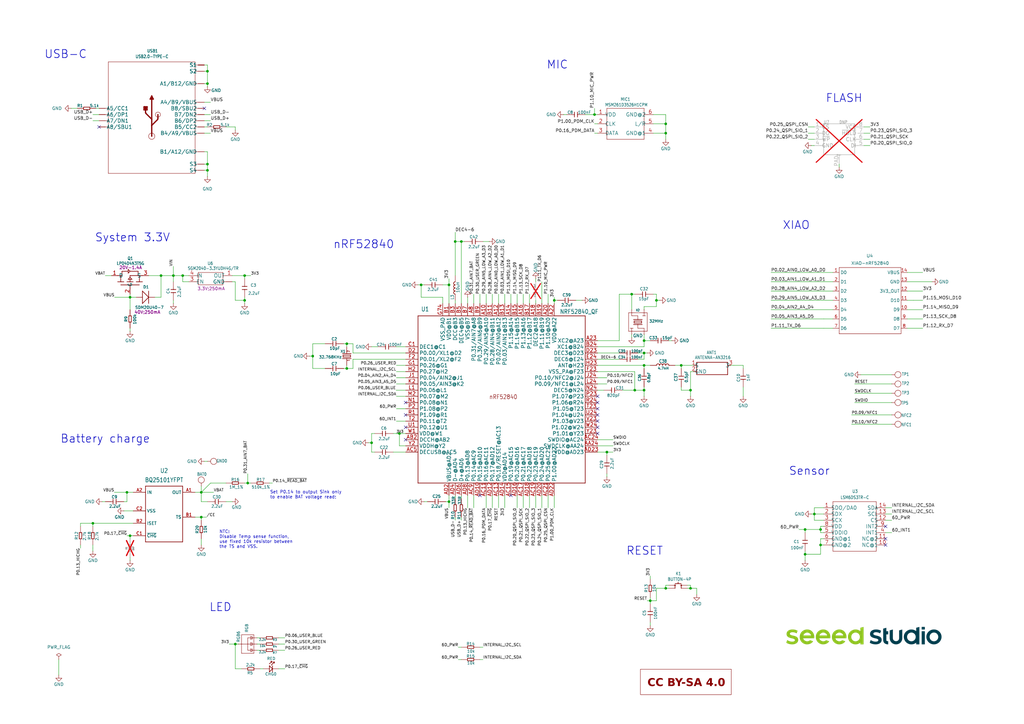
<source format=kicad_sch>
(kicad_sch (version 20250114) (generator "eeschema") (generator_version "9.0")
  (paper "A3")
  (title_block (title "XIAO nRF52840") (date "2025-12-19") (rev "V1.1"))
  (text "the TS and VSS." (at 89.916 225.044 0) (effects (font (size 1.27 1.27)) (justify left bottom)))
  (text "use fixed 10k resistor between" (at 89.916 223.012 0) (effects (font (size 1.27 1.27)) (justify left bottom)))
  (text "Battery charge" (at 43.18 180.086 0) (effects (font (size 3.302 3.302) (thickness 0.254) (bold yes))))
  (text "LED" (at 90.424 249.174 0) (effects (font (size 3.302 3.302) (thickness 0.254) (bold yes))))
  (text "RESET" (at 264.414 226.06 0) (effects (font (size 3.302 3.302) (thickness 0.254) (bold yes))))
  (text "Sensor" (at 331.978 193.294 0) (effects (font (size 3.302 3.302) (thickness 0.254) (bold yes))))
  (text "USB-C" (at 26.924 22.352 0) (effects (font (size 3.302 3.302) (thickness 0.254) (bold yes))))
  (text "FLASH" (at 346.202 40.386 0) (effects (font (size 3.302 3.302) (thickness 0.254) (bold yes))))
  (text "nRF52840" (at 149.1825 100.353 0) (effects (font (size 3.302 3.302) (thickness 0.254) (bold yes))))
  (text "XIAO" (at 326.5973 92.4896 0) (effects (font (size 3.302 3.302) (thickness 0.254) (bold yes))))
  (text "Set P0.14 to output Sink only\nto enable BAT voltage read;" (at 110.744 204.724 0) (effects (font (size 1.27 1.27)) (justify left bottom)))
  (text "System 3.3V" (at 54.356 97.536 0) (effects (font (size 3.302 3.302) (thickness 0.254) (bold yes))))
  (text "Disable Temp sense function," (at 89.916 220.98 0) (effects (font (size 1.27 1.27)) (justify left bottom)))
  (text "NTC:" (at 89.916 218.948 0) (effects (font (size 1.27 1.27)) (justify left bottom)))
  (text "MIC" (at 228.6 26.67 0) (effects (font (size 3.302 3.302) (thickness 0.254) (bold yes))))
  (junction (at 52.07 201.93))
  (junction (at 128.27 146.05))
  (junction (at 264.16 149.86))
  (junction (at 264.16 160.02))
  (junction (at 264.16 139.7))
  (junction (at 269.24 123.19))
  (junction (at 71.12 113.03))
  (junction (at 184.15 205.74))
  (junction (at 227.33 123.19))
  (junction (at 336.55 217.17))
  (junction (at 279.4 149.86))
  (junction (at 330.2 217.17))
  (junction (at 273.05 241.3))
  (junction (at 96.52 264.16))
  (junction (at 172.72 116.84))
  (junction (at 66.04 113.03))
  (junction (at 100.33 113.03))
  (junction (at 74.93 113.03))
  (junction (at 273.05 50.8))
  (junction (at 260.35 160.02))
  (junction (at 85.09 34.29))
  (junction (at 38.1 214.63))
  (junction (at 100.33 123.19))
  (junction (at 248.92 185.42))
  (junction (at 283.21 160.02))
  (junction (at 259.08 120.65))
  (junction (at 85.09 69.85))
  (junction (at 184.15 116.84))
  (junction (at 82.55 212.09))
  (junction (at 85.09 67.31))
  (junction (at 82.55 201.93))
  (junction (at 189.23 99.06))
  (junction (at 142.24 151.13))
  (junction (at 53.34 219.71))
  (junction (at 152.4 181.61))
  (junction (at 101.6 198.12))
  (junction (at 142.24 140.97))
  (junction (at 243.84 46.99))
  (junction (at 163.83 177.8))
  (junction (at 186.69 99.06))
  (junction (at 330.2 227.33))
  (junction (at 266.7 246.38))
  (junction (at 336.55 223.52))
  (junction (at 283.21 241.3))
  (junction (at 53.34 121.92))
  (junction (at 334.01 210.82))
  (junction (at 85.09 29.21))
  (junction (at 264.16 144.78))
  (junction (at 273.05 54.61))
  (no_connect (at 83.82 44.45))
  (no_connect (at 166.37 175.26))
  (no_connect (at 40.64 52.07))
  (no_connect (at 166.37 170.18))
  (no_connect (at 245.11 177.8))
  (no_connect (at 245.11 162.56))
  (no_connect (at 166.37 165.1))
  (no_connect (at 209.55 203.2))
  (no_connect (at 245.11 172.72))
  (no_connect (at 245.11 165.1))
  (no_connect (at 363.22 220.98))
  (no_connect (at 245.11 175.26))
  (no_connect (at 166.37 180.34))
  (no_connect (at 363.22 215.9))
  (no_connect (at 245.11 170.18))
  (no_connect (at 363.22 223.52))
  (no_connect (at 196.85 203.2))
  (no_connect (at 245.11 167.64))
  (wire (pts (xy 354.33 59.69) (xy 356.87 59.69)) (stroke (width 0.1524)))
  (wire (pts (xy 264.16 142.24) (xy 264.16 139.7)) (stroke (width 0.1524)))
  (wire (pts (xy 255.27 160.02) (xy 260.35 160.02)))
  (wire (pts (xy 354.33 52.07) (xy 356.87 52.07)) (stroke (width 0.1524)))
  (wire (pts (xy 50.8 205.74) (xy 52.07 205.74)) (stroke (width 0.1524)))
  (wire (pts (xy 33.02 223.52) (xy 33.02 224.79)) (stroke (width 0.1524)))
  (wire (pts (xy 166.37 149.86) (xy 162.56 149.86)) (stroke (width 0.1524)))
  (wire (pts (xy 209.55 124.46) (xy 209.55 120.65)) (stroke (width 0.1524)))
  (wire (pts (xy 152.4 142.24) (xy 154.94 142.24)) (stroke (width 0.1524)))
  (wire (pts (xy 189.23 99.06) (xy 190.5 99.06)) (stroke (width 0.1524)))
  (wire (pts (xy 54.61 219.71) (xy 53.34 219.71)) (stroke (width 0.1524)))
  (wire (pts (xy 330.2 227.33) (xy 330.2 229.87)) (stroke (width 0.1524)))
  (wire (pts (xy 181.61 124.46) (xy 181.61 121.92)) (stroke (width 0.1524)))
  (wire (pts (xy 266.7 255.27) (xy 266.7 256.54)))
  (wire (pts (xy 273.05 46.99) (xy 273.05 50.8)))
  (wire (pts (xy 53.34 219.71) (xy 53.34 220.98)) (stroke (width 0.1524)))
  (wire (pts (xy 350.52 161.29) (xy 365.76 161.29)))
  (wire (pts (xy 354.33 57.15) (xy 356.87 57.15)) (stroke (width 0.1524)))
  (wire (pts (xy 53.34 121.92) (xy 53.34 127)) (stroke (width 0.1524)))
  (wire (pts (xy 161.29 185.42) (xy 166.37 185.42)) (stroke (width 0.1524)))
  (wire (pts (xy 207.01 124.46) (xy 207.01 120.65)) (stroke (width 0.1524)))
  (wire (pts (xy 275.59 139.7) (xy 274.32 139.7)) (stroke (width 0.1524)))
  (wire (pts (xy 189.23 99.06) (xy 189.23 124.46)) (stroke (width 0.1524)))
  (wire (pts (xy 245.11 54.61) (xy 243.84 54.61)) (stroke (width 0.1524)))
  (wire (pts (xy 254 139.7) (xy 254 120.65)) (stroke (width 0.1524)))
  (wire (pts (xy 38.1 215.9) (xy 38.1 214.63)) (stroke (width 0.1524)))
  (wire (pts (xy 114.3 274.32) (xy 116.84 274.32)) (stroke (width 0.1524)))
  (wire (pts (xy 86.36 198.12) (xy 82.55 201.93)) (stroke (width 0.1524)))
  (wire (pts (xy 363.22 208.28) (xy 365.76 208.28)) (stroke (width 0.1524)))
  (wire (pts (xy 245.11 142.24) (xy 264.16 142.24)) (stroke (width 0.1524)))
  (wire (pts (xy 266.7 237.49) (xy 266.7 236.22)) (stroke (width 0.1524)))
  (wire (pts (xy 92.71 52.07) (xy 96.52 52.07)) (stroke (width 0.1524)))
  (wire (pts (xy 344.17 67.31) (xy 344.17 68.58)) (stroke (width 0.1524)))
  (wire (pts (xy 46.863 201.93) (xy 52.07 201.93)) (stroke (width 0.1524)))
  (wire (pts (xy 337.82 123.19) (xy 341.63 123.19)))
  (wire (pts (xy 153.67 185.42) (xy 152.4 185.42)))
  (wire (pts (xy 336.55 220.98) (xy 337.82 220.98)) (stroke (width 0.1524)))
  (wire (pts (xy 269.24 120.65) (xy 269.24 123.19)))
  (wire (pts (xy 316.23 119.38) (xy 337.82 119.38)) (stroke (width 0.1524)))
  (wire (pts (xy 336.55 217.17) (xy 336.55 218.44)) (stroke (width 0.1524)))
  (wire (pts (xy 245.11 139.7) (xy 254 139.7)) (stroke (width 0.1524)))
  (wire (pts (xy 283.21 152.4) (xy 283.21 160.02)))
  (wire (pts (xy 166.37 162.56) (xy 162.56 162.56)) (stroke (width 0.1524)))
  (wire (pts (xy 254 120.65) (xy 259.08 120.65)) (stroke (width 0.1524)))
  (wire (pts (xy 173.99 205.74) (xy 175.26 205.74)) (stroke (width 0.1524)))
  (wire (pts (xy 199.39 124.46) (xy 199.39 120.65)) (stroke (width 0.1524)))
  (wire (pts (xy 267.97 50.8) (xy 273.05 50.8)))
  (wire (pts (xy 142.24 151.13) (xy 142.24 149.86)) (stroke (width 0.1524)))
  (wire (pts (xy 212.09 203.2) (xy 212.09 208.28)) (stroke (width 0.1524)))
  (wire (pts (xy 337.82 213.36) (xy 334.01 213.36)))
  (wire (pts (xy 54.61 201.93) (xy 52.07 201.93)) (stroke (width 0.1524)))
  (wire (pts (xy 245.11 154.94) (xy 248.92 154.94)) (stroke (width 0.1524)))
  (wire (pts (xy 316.23 115.57) (xy 337.82 115.57)) (stroke (width 0.1524)))
  (wire (pts (xy 248.92 185.42) (xy 251.46 185.42)) (stroke (width 0.1524)))
  (wire (pts (xy 330.2 226.06) (xy 330.2 227.33)) (stroke (width 0.1524)))
  (wire (pts (xy 279.4 151.13) (xy 279.4 149.86)) (stroke (width 0.1524)))
  (wire (pts (xy 267.97 54.61) (xy 273.05 54.61)))
  (wire (pts (xy 38.1 224.79) (xy 38.1 226.06)))
  (wire (pts (xy 299.72 149.86) (xy 300.99 149.86)) (stroke (width 0.1524)))
  (wire (pts (xy 269.24 123.19) (xy 270.51 123.19)))
  (wire (pts (xy 259.08 120.65) (xy 260.35 120.65)) (stroke (width 0.1524)))
  (wire (pts (xy 96.52 264.16) (xy 93.98 264.16)) (stroke (width 0.1524)))
  (wire (pts (xy 85.09 34.29) (xy 85.09 35.56)))
  (wire (pts (xy 264.16 125.73) (xy 264.16 127)))
  (wire (pts (xy 227.33 123.19) (xy 227.33 121.92)) (stroke (width 0.1524)))
  (wire (pts (xy 245.11 157.48) (xy 248.92 157.48)) (stroke (width 0.1524)))
  (wire (pts (xy 55.88 121.92) (xy 53.34 121.92)) (stroke (width 0.1524)))
  (wire (pts (xy 372.11 111.76) (xy 378.46 111.76)) (stroke (width 0.1524)))
  (wire (pts (xy 184.15 116.84) (xy 184.15 114.3)) (stroke (width 0.1524)))
  (wire (pts (xy 353.06 153.67) (xy 365.76 153.67)))
  (wire (pts (xy 266.7 149.86) (xy 264.16 149.86)))
  (wire (pts (xy 336.55 218.44) (xy 337.82 218.44)) (stroke (width 0.1524)))
  (wire (pts (xy 140.97 151.13) (xy 142.24 151.13)) (stroke (width 0.1524)))
  (wire (pts (xy 166.37 152.4) (xy 162.56 152.4)) (stroke (width 0.1524)))
  (wire (pts (xy 224.79 124.46) (xy 224.79 120.65)) (stroke (width 0.1524)))
  (wire (pts (xy 261.62 144.78) (xy 264.16 144.78)) (stroke (width 0.1524)))
  (wire (pts (xy 194.31 124.46) (xy 194.31 120.65)) (stroke (width 0.1524)))
  (wire (pts (xy 337.82 130.81) (xy 341.63 130.81)))
  (wire (pts (xy 66.04 113.03) (xy 71.12 113.03)) (stroke (width 0.1524)))
  (wire (pts (xy 199.39 203.2) (xy 199.39 208.28)) (stroke (width 0.1524)))
  (wire (pts (xy 100.33 121.92) (xy 100.33 123.19)) (stroke (width 0.1524)))
  (wire (pts (xy 106.68 261.62) (xy 105.41 261.62)) (stroke (width 0.1524)))
  (wire (pts (xy 166.37 172.72) (xy 162.56 172.72)) (stroke (width 0.1524)))
  (wire (pts (xy 304.8 158.75) (xy 304.8 162.56)))
  (wire (pts (xy 222.25 208.28) (xy 222.25 203.2)) (stroke (width 0.1524)))
  (wire (pts (xy 186.69 99.06) (xy 186.69 113.03)) (stroke (width 0.1524)))
  (wire (pts (xy 184.15 205.74) (xy 182.88 205.74)) (stroke (width 0.1524)))
  (wire (pts (xy 260.35 160.02) (xy 264.16 160.02)) (stroke (width 0.1524)))
  (wire (pts (xy 372.11 119.38) (xy 378.46 119.38)) (stroke (width 0.1524)))
  (wire (pts (xy 82.55 201.93) (xy 82.55 199.39)) (stroke (width 0.1524)))
  (wire (pts (xy 24.13 270.51) (xy 24.13 276.86)))
  (wire (pts (xy 330.2 217.17) (xy 327.66 217.17)) (stroke (width 0.1524)))
  (wire (pts (xy 273.05 241.3) (xy 274.32 241.3)) (stroke (width 0.1524)))
  (wire (pts (xy 334.01 57.15) (xy 331.47 57.15)) (stroke (width 0.1524)))
  (wire (pts (xy 184.15 203.2) (xy 184.15 205.74)) (stroke (width 0.1524)))
  (wire (pts (xy 142.24 140.97) (xy 142.24 142.24)) (stroke (width 0.1524)))
  (wire (pts (xy 152.4 185.42) (xy 152.4 181.61)))
  (wire (pts (xy 266.7 245.11) (xy 266.7 246.38)) (stroke (width 0.1524)))
  (wire (pts (xy 71.12 123.19) (xy 71.12 124.46)))
  (wire (pts (xy 83.82 26.67) (xy 85.09 26.67)) (stroke (width 0.1524)))
  (wire (pts (xy 267.97 120.65) (xy 269.24 120.65)))
  (wire (pts (xy 260.35 152.4) (xy 260.35 160.02)) (stroke (width 0.1524)))
  (wire (pts (xy 100.33 123.19) (xy 100.33 124.46)) (stroke (width 0.1524)))
  (wire (pts (xy 153.67 177.8) (xy 152.4 177.8)))
  (wire (pts (xy 372.11 127) (xy 378.46 127)) (stroke (width 0.1524)))
  (wire (pts (xy 219.71 203.2) (xy 219.71 208.28)) (stroke (width 0.1524)))
  (wire (pts (xy 273.05 54.61) (xy 273.05 57.15)))
  (wire (pts (xy 245.11 160.02) (xy 247.65 160.02)) (stroke (width 0.1524)))
  (wire (pts (xy 245.11 180.34) (xy 251.46 180.34)) (stroke (width 0.1524)))
  (wire (pts (xy 166.37 147.32) (xy 144.78 147.32)) (stroke (width 0.1524)))
  (wire (pts (xy 245.11 50.8) (xy 243.84 50.8)) (stroke (width 0.1524)))
  (wire (pts (xy 337.82 119.38) (xy 341.63 119.38)))
  (wire (pts (xy 152.4 177.8) (xy 152.4 181.61)))
  (wire (pts (xy 214.63 124.46) (xy 214.63 120.65)) (stroke (width 0.1524)))
  (wire (pts (xy 273.05 50.8) (xy 273.05 54.61)))
  (wire (pts (xy 85.09 29.21) (xy 85.09 26.67)) (stroke (width 0.1524)))
  (wire (pts (xy 243.84 44.45) (xy 243.84 46.99)) (stroke (width 0.1524)))
  (wire (pts (xy 71.12 115.57) (xy 71.12 113.03)) (stroke (width 0.1524)))
  (wire (pts (xy 189.23 99.06) (xy 186.69 99.06)) (stroke (width 0.1524)))
  (wire (pts (xy 82.55 201.93) (xy 87.63 201.93)) (stroke (width 0.1524)))
  (wire (pts (xy 283.21 241.3) (xy 285.75 241.3)) (stroke (width 0.1524)))
  (wire (pts (xy 316.23 123.19) (xy 337.82 123.19)) (stroke (width 0.1524)))
  (wire (pts (xy 332.74 59.69) (xy 334.01 59.69)) (stroke (width 0.1524)))
  (wire (pts (xy 83.82 34.29) (xy 85.09 34.29)) (stroke (width 0.1524)))
  (wire (pts (xy 110.49 198.12) (xy 111.76 198.12)) (stroke (width 0.1524)))
  (wire (pts (xy 106.68 264.16) (xy 105.41 264.16)) (stroke (width 0.1524)))
  (wire (pts (xy 82.55 205.74) (xy 82.55 201.93)) (stroke (width 0.1524)))
  (wire (pts (xy 266.7 246.38) (xy 265.43 246.38)) (stroke (width 0.1524)))
  (wire (pts (xy 40.64 44.45) (xy 39.37 44.45)) (stroke (width 0.1524)))
  (wire (pts (xy 83.82 29.21) (xy 85.09 29.21)) (stroke (width 0.1524)))
  (wire (pts (xy 71.12 109.22) (xy 71.12 113.03)) (stroke (width 0.1524)))
  (wire (pts (xy 372.11 115.57) (xy 382.27 115.57)) (stroke (width 0.1524)))
  (wire (pts (xy 186.69 212.09) (xy 186.69 213.36)) (stroke (width 0.1524)))
  (wire (pts (xy 227.33 123.19) (xy 227.33 124.46)) (stroke (width 0.1524)))
  (wire (pts (xy 85.09 69.85) (xy 85.09 67.31)) (stroke (width 0.1524)))
  (wire (pts (xy 189.23 270.51) (xy 187.96 270.51)) (stroke (width 0.1524)))
  (wire (pts (xy 274.32 240.03) (xy 273.05 240.03)) (stroke (width 0.1524)))
  (wire (pts (xy 283.21 160.02) (xy 283.21 162.56)) (stroke (width 0.1524)))
  (wire (pts (xy 204.47 203.2) (xy 204.47 208.28)) (stroke (width 0.1524)))
  (wire (pts (xy 279.4 160.02) (xy 283.21 160.02)))
  (wire (pts (xy 114.3 261.62) (xy 116.84 261.62)) (stroke (width 0.1524)))
  (wire (pts (xy 40.64 46.99) (xy 38.1 46.99)) (stroke (width 0.1524)))
  (wire (pts (xy 264.16 151.13) (xy 264.16 149.86)) (stroke (width 0.1524)))
  (wire (pts (xy 53.34 134.62) (xy 53.34 135.89)))
  (wire (pts (xy 191.77 203.2) (xy 191.77 208.28)) (stroke (width 0.1524)))
  (wire (pts (xy 128.27 140.97) (xy 128.27 146.05)) (stroke (width 0.1524)))
  (wire (pts (xy 194.31 203.2) (xy 194.31 208.28)) (stroke (width 0.1524)))
  (wire (pts (xy 231.14 46.99) (xy 232.41 46.99)) (stroke (width 0.1524)))
  (wire (pts (xy 100.33 114.3) (xy 100.33 113.03)) (stroke (width 0.1524)))
  (wire (pts (xy 245.11 185.42) (xy 248.92 185.42)) (stroke (width 0.1524)))
  (wire (pts (xy 273.05 241.3) (xy 269.24 241.3)) (stroke (width 0.1524)))
  (wire (pts (xy 189.23 212.09) (xy 189.23 213.36)) (stroke (width 0.1524)))
  (wire (pts (xy 83.82 67.31) (xy 85.09 67.31)) (stroke (width 0.1524)))
  (wire (pts (xy 196.85 270.51) (xy 198.12 270.51)) (stroke (width 0.1524)))
  (wire (pts (xy 349.25 170.18) (xy 365.76 170.18)))
  (wire (pts (xy 161.29 177.8) (xy 163.83 177.8)) (stroke (width 0.1524)))
  (wire (pts (xy 74.93 113.03) (xy 77.47 113.03)) (stroke (width 0.1524)))
  (wire (pts (xy 219.71 115.57) (xy 219.71 114.3)) (stroke (width 0.1524)))
  (wire (pts (xy 236.22 123.19) (xy 238.76 123.19)))
  (wire (pts (xy 162.56 142.24) (xy 166.37 142.24)) (stroke (width 0.1524)))
  (wire (pts (xy 186.69 95.25) (xy 186.69 99.06)) (stroke (width 0.1524)))
  (wire (pts (xy 219.71 124.46) (xy 219.71 123.19)) (stroke (width 0.1524)))
  (wire (pts (xy 227.33 203.2) (xy 227.33 208.28)) (stroke (width 0.1524)))
  (wire (pts (xy 363.22 210.82) (xy 365.76 210.82)) (stroke (width 0.1524)))
  (wire (pts (xy 166.37 157.48) (xy 162.56 157.48)) (stroke (width 0.1524)))
  (wire (pts (xy 52.07 205.74) (xy 52.07 201.93)) (stroke (width 0.1524)))
  (wire (pts (xy 152.4 181.61) (xy 151.13 181.61)))
  (wire (pts (xy 82.55 212.09) (xy 84.709 212.09)) (stroke (width 0.1524)))
  (wire (pts (xy 96.52 274.32) (xy 96.52 264.16)) (stroke (width 0.1524)))
  (wire (pts (xy 350.52 157.48) (xy 365.76 157.48)))
  (wire (pts (xy 372.11 134.62) (xy 378.46 134.62)) (stroke (width 0.1524)))
  (wire (pts (xy 83.82 69.85) (xy 85.09 69.85)) (stroke (width 0.1524)))
  (wire (pts (xy 85.09 69.85) (xy 85.09 72.39)))
  (wire (pts (xy 101.6 198.12) (xy 101.6 194.31)) (stroke (width 0.1524)))
  (wire (pts (xy 228.6 123.19) (xy 227.33 123.19)) (stroke (width 0.1524)))
  (wire (pts (xy 363.22 213.36) (xy 365.76 213.36)) (stroke (width 0.1524)))
  (wire (pts (xy 29.21 44.45) (xy 31.75 44.45)))
  (wire (pts (xy 166.37 144.78) (xy 144.78 144.78)) (stroke (width 0.1524)))
  (wire (pts (xy 269.24 241.3) (xy 269.24 246.38)) (stroke (width 0.1524)))
  (wire (pts (xy 184.15 116.84) (xy 181.61 116.84)) (stroke (width 0.1524)))
  (wire (pts (xy 304.8 151.13) (xy 304.8 149.86)))
  (wire (pts (xy 186.69 124.46) (xy 186.69 123.19)) (stroke (width 0.1524)))
  (wire (pts (xy 196.85 124.46) (xy 196.85 120.65)) (stroke (width 0.1524)))
  (wire (pts (xy 144.78 151.13) (xy 142.24 151.13)) (stroke (width 0.1524)))
  (wire (pts (xy 204.47 124.46) (xy 204.47 120.65)) (stroke (width 0.1524)))
  (wire (pts (xy 144.78 144.78) (xy 144.78 140.97)) (stroke (width 0.1524)))
  (wire (pts (xy 224.79 203.2) (xy 224.79 208.28)) (stroke (width 0.1524)))
  (wire (pts (xy 248.92 194.31) (xy 248.92 195.58)))
  (wire (pts (xy 374.65 123.19) (xy 378.46 123.19)) (stroke (width 0.1524)))
  (wire (pts (xy 217.17 124.46) (xy 217.17 120.65)) (stroke (width 0.1524)))
  (wire (pts (xy 96.52 123.19) (xy 100.33 123.19)))
  (wire (pts (xy 284.48 152.4) (xy 283.21 152.4)))
  (wire (pts (xy 83.82 62.23) (xy 85.09 62.23)) (stroke (width 0.1524)))
  (wire (pts (xy 349.25 173.99) (xy 365.76 173.99)))
  (wire (pts (xy 128.27 146.05) (xy 128.27 151.13)) (stroke (width 0.1524)))
  (wire (pts (xy 128.27 146.05) (xy 127 146.05)) (stroke (width 0.1524)))
  (wire (pts (xy 163.83 177.8) (xy 166.37 177.8)))
  (wire (pts (xy 97.79 264.16) (xy 96.52 264.16)) (stroke (width 0.1524)))
  (wire (pts (xy 86.36 41.91) (xy 83.82 41.91)) (stroke (width 0.1524)))
  (wire (pts (xy 207.01 203.2) (xy 207.01 208.28)) (stroke (width 0.1524)))
  (wire (pts (xy 83.82 46.99) (xy 86.36 46.99)) (stroke (width 0.1524)))
  (wire (pts (xy 212.09 124.46) (xy 212.09 120.65)) (stroke (width 0.1524)))
  (wire (pts (xy 337.82 134.62) (xy 341.63 134.62)))
  (wire (pts (xy 171.45 116.84) (xy 172.72 116.84)))
  (wire (pts (xy 128.27 151.13) (xy 133.35 151.13)) (stroke (width 0.1524)))
  (wire (pts (xy 245.11 46.99) (xy 243.84 46.99)) (stroke (width 0.1524)))
  (wire (pts (xy 166.37 154.94) (xy 162.56 154.94)) (stroke (width 0.1524)))
  (wire (pts (xy 334.01 213.36) (xy 334.01 210.82)))
  (wire (pts (xy 184.15 124.46) (xy 184.15 116.84)) (stroke (width 0.1524)))
  (wire (pts (xy 96.52 115.57) (xy 95.25 115.57)))
  (wire (pts (xy 38.1 49.53) (xy 40.64 49.53)) (stroke (width 0.1524)))
  (wire (pts (xy 186.69 204.47) (xy 186.69 203.2)) (stroke (width 0.1524)))
  (wire (pts (xy 264.16 137.16) (xy 264.16 139.7)) (stroke (width 0.1524)))
  (wire (pts (xy 259.08 137.16) (xy 259.08 138.43)))
  (wire (pts (xy 336.55 215.9) (xy 336.55 217.17)) (stroke (width 0.1524)))
  (wire (pts (xy 337.82 208.28) (xy 334.01 208.28)))
  (wire (pts (xy 269.24 246.38) (xy 266.7 246.38)) (stroke (width 0.1524)))
  (wire (pts (xy 334.01 208.28) (xy 334.01 210.82)))
  (wire (pts (xy 316.23 134.62) (xy 337.82 134.62)) (stroke (width 0.1524)))
  (wire (pts (xy 53.34 219.71) (xy 52.07 219.71)) (stroke (width 0.1524)))
  (wire (pts (xy 83.82 54.61) (xy 86.36 54.61)) (stroke (width 0.1524)))
  (wire (pts (xy 191.77 121.92) (xy 191.77 124.46)))
  (wire (pts (xy 77.47 115.57) (xy 74.93 115.57)) (stroke (width 0.1524)))
  (wire (pts (xy 43.18 205.74) (xy 41.91 205.74)) (stroke (width 0.1524)))
  (wire (pts (xy 71.12 113.03) (xy 74.93 113.03)) (stroke (width 0.1524)))
  (wire (pts (xy 266.7 246.38) (xy 266.7 247.65)) (stroke (width 0.1524)))
  (wire (pts (xy 85.09 205.74) (xy 82.55 205.74)) (stroke (width 0.1524)))
  (wire (pts (xy 162.56 177.8) (xy 163.83 177.8)))
  (wire (pts (xy 82.55 212.09) (xy 82.55 213.36)) (stroke (width 0.1524)))
  (wire (pts (xy 166.37 182.88) (xy 163.83 182.88)) (stroke (width 0.1524)))
  (wire (pts (xy 372.11 123.19) (xy 374.65 123.19)))
  (wire (pts (xy 269.24 125.73) (xy 264.16 125.73)))
  (wire (pts (xy 63.5 121.92) (xy 66.04 121.92)) (stroke (width 0.1524)))
  (wire (pts (xy 95.25 113.03) (xy 100.33 113.03)) (stroke (width 0.1524)))
  (wire (pts (xy 38.1 214.63) (xy 54.61 214.63)) (stroke (width 0.1524)))
  (wire (pts (xy 99.06 274.32) (xy 96.52 274.32)) (stroke (width 0.1524)))
  (wire (pts (xy 201.93 203.2) (xy 201.93 208.28)) (stroke (width 0.1524)))
  (wire (pts (xy 82.55 220.98) (xy 82.55 223.52)) (stroke (width 0.1524)))
  (wire (pts (xy 172.72 116.84) (xy 173.99 116.84)))
  (wire (pts (xy 96.52 52.07) (xy 96.52 53.34)) (stroke (width 0.1524)))
  (wire (pts (xy 248.92 186.69) (xy 248.92 185.42)) (stroke (width 0.1524)))
  (wire (pts (xy 85.09 67.31) (xy 85.09 62.23)) (stroke (width 0.1524)))
  (wire (pts (xy 245.11 152.4) (xy 260.35 152.4)) (stroke (width 0.1524)))
  (wire (pts (xy 100.33 113.03) (xy 102.87 113.03)) (stroke (width 0.1524)))
  (wire (pts (xy 279.4 158.75) (xy 279.4 160.02)) (stroke (width 0.1524)))
  (wire (pts (xy 334.01 54.61) (xy 331.47 54.61)) (stroke (width 0.1524)))
  (wire (pts (xy 214.63 208.28) (xy 214.63 203.2)) (stroke (width 0.1524)))
  (wire (pts (xy 83.82 49.53) (xy 86.36 49.53)) (stroke (width 0.1524)))
  (wire (pts (xy 330.2 218.44) (xy 330.2 217.17)) (stroke (width 0.1524)))
  (wire (pts (xy 96.52 115.57) (xy 96.52 123.19)))
  (wire (pts (xy 217.17 203.2) (xy 217.17 208.28)) (stroke (width 0.1524)))
  (wire (pts (xy 33.02 214.63) (xy 33.02 215.9)) (stroke (width 0.1524)))
  (wire (pts (xy 264.16 147.32) (xy 264.16 144.78)) (stroke (width 0.1524)))
  (wire (pts (xy 80.01 201.93) (xy 82.55 201.93)) (stroke (width 0.1524)))
  (wire (pts (xy 53.34 120.65) (xy 53.34 121.92)) (stroke (width 0.1524)))
  (wire (pts (xy 83.82 52.07) (xy 85.09 52.07)) (stroke (width 0.1524)))
  (wire (pts (xy 38.1 223.52) (xy 38.1 224.79)) (stroke (width 0.1524)))
  (wire (pts (xy 283.21 240.03) (xy 283.21 241.3)) (stroke (width 0.1524)))
  (wire (pts (xy 181.61 121.92) (xy 172.72 121.92)) (stroke (width 0.1524)))
  (wire (pts (xy 261.62 147.32) (xy 264.16 147.32)) (stroke (width 0.1524)))
  (wire (pts (xy 245.11 147.32) (xy 254 147.32)) (stroke (width 0.1524)))
  (wire (pts (xy 107.95 274.32) (xy 106.68 274.32)) (stroke (width 0.1524)))
  (wire (pts (xy 101.6 198.12) (xy 102.87 198.12)) (stroke (width 0.1524)))
  (wire (pts (xy 95.25 205.74) (xy 92.71 205.74)) (stroke (width 0.1524)))
  (wire (pts (xy 330.2 217.17) (xy 336.55 217.17)) (stroke (width 0.1524)))
  (wire (pts (xy 144.78 147.32) (xy 144.78 151.13)) (stroke (width 0.1524)))
  (wire (pts (xy 316.23 111.76) (xy 337.82 111.76)) (stroke (width 0.1524)))
  (wire (pts (xy 60.96 113.03) (xy 66.04 113.03)) (stroke (width 0.1524)))
  (wire (pts (xy 245.11 149.86) (xy 264.16 149.86)) (stroke (width 0.1524)))
  (wire (pts (xy 283.21 241.3) (xy 281.94 241.3)) (stroke (width 0.1524)))
  (wire (pts (xy 53.34 228.6) (xy 53.34 229.87)) (stroke (width 0.1524)))
  (wire (pts (xy 350.52 165.1) (xy 365.76 165.1)))
  (wire (pts (xy 245.11 144.78) (xy 254 144.78)) (stroke (width 0.1524)))
  (wire (pts (xy 106.68 266.7) (xy 105.41 266.7)) (stroke (width 0.1524)))
  (wire (pts (xy 259.08 120.65) (xy 259.08 127)) (stroke (width 0.1524)))
  (wire (pts (xy 80.01 212.09) (xy 82.55 212.09)) (stroke (width 0.1524)))
  (wire (pts (xy 281.94 240.03) (xy 283.21 240.03)) (stroke (width 0.1524)))
  (wire (pts (xy 267.97 46.99) (xy 273.05 46.99)))
  (wire (pts (xy 245.11 182.88) (xy 251.46 182.88)) (stroke (width 0.1524)))
  (wire (pts (xy 334.01 52.07) (xy 331.47 52.07)) (stroke (width 0.1524)))
  (wire (pts (xy 45.72 113.03) (xy 43.18 113.03)) (stroke (width 0.1524)))
  (wire (pts (xy 222.25 124.46) (xy 222.25 115.57)) (stroke (width 0.1524)))
  (wire (pts (xy 316.23 130.81) (xy 337.82 130.81)) (stroke (width 0.1524)))
  (wire (pts (xy 114.3 264.16) (xy 116.84 264.16)) (stroke (width 0.1524)))
  (wire (pts (xy 243.84 46.99) (xy 240.03 46.99)) (stroke (width 0.1524)))
  (wire (pts (xy 163.83 177.8) (xy 163.83 182.88)) (stroke (width 0.1524)))
  (wire (pts (xy 269.24 123.19) (xy 269.24 125.73)))
  (wire (pts (xy 46.99 121.92) (xy 53.34 121.92)) (stroke (width 0.1524)))
  (wire (pts (xy 316.23 127) (xy 341.63 127)) (stroke (width 0.1524)))
  (wire (pts (xy 172.72 116.84) (xy 172.72 121.92)) (stroke (width 0.1524)))
  (wire (pts (xy 83.82 189.23) (xy 85.09 189.23)))
  (wire (pts (xy 189.23 265.43) (xy 187.96 265.43)) (stroke (width 0.1524)))
  (wire (pts (xy 166.37 167.64) (xy 162.56 167.64)) (stroke (width 0.1524)))
  (wire (pts (xy 92.71 198.12) (xy 86.36 198.12)) (stroke (width 0.1524)))
  (wire (pts (xy 38.1 214.63) (xy 33.02 214.63)) (stroke (width 0.1524)))
  (wire (pts (xy 363.22 218.44) (xy 365.76 218.44)) (stroke (width 0.1524)))
  (wire (pts (xy 74.93 115.57) (xy 74.93 113.03)) (stroke (width 0.1524)))
  (wire (pts (xy 332.74 210.82) (xy 334.01 210.82)))
  (wire (pts (xy 114.3 266.7) (xy 116.84 266.7)) (stroke (width 0.1524)))
  (wire (pts (xy 330.2 227.33) (xy 336.55 227.33)) (stroke (width 0.1524)))
  (wire (pts (xy 100.33 198.12) (xy 101.6 198.12)) (stroke (width 0.1524)))
  (wire (pts (xy 337.82 115.57) (xy 341.63 115.57)))
  (wire (pts (xy 264.16 160.02) (xy 264.16 162.56)))
  (wire (pts (xy 372.11 130.81) (xy 378.46 130.81)) (stroke (width 0.1524)))
  (wire (pts (xy 279.4 149.86) (xy 284.48 149.86)) (stroke (width 0.1524)))
  (wire (pts (xy 166.37 160.02) (xy 162.433 160.02)) (stroke (width 0.1524)))
  (wire (pts (xy 304.8 149.86) (xy 300.99 149.86)))
  (wire (pts (xy 264.16 144.78) (xy 265.43 144.78)) (stroke (width 0.1524)))
  (wire (pts (xy 66.04 121.92) (xy 66.04 113.03)) (stroke (width 0.1524)))
  (wire (pts (xy 140.97 140.97) (xy 142.24 140.97)) (stroke (width 0.1524)))
  (wire (pts (xy 334.01 210.82) (xy 337.82 210.82)))
  (wire (pts (xy 189.23 204.47) (xy 189.23 203.2)) (stroke (width 0.1524)))
  (wire (pts (xy 276.86 149.86) (xy 279.4 149.86)) (stroke (width 0.1524)))
  (wire (pts (xy 354.33 54.61) (xy 356.87 54.61)) (stroke (width 0.1524)))
  (wire (pts (xy 285.75 241.3) (xy 285.75 243.84)) (stroke (width 0.1524)))
  (wire (pts (xy 196.85 265.43) (xy 198.12 265.43)) (stroke (width 0.1524)))
  (wire (pts (xy 50.8 209.55) (xy 54.61 209.55)))
  (wire (pts (xy 198.12 99.06) (xy 200.66 99.06)) (stroke (width 0.1524)))
  (wire (pts (xy 128.27 140.97) (xy 133.35 140.97)) (stroke (width 0.1524)))
  (wire (pts (xy 336.55 223.52) (xy 336.55 220.98)) (stroke (width 0.1524)))
  (wire (pts (xy 337.82 223.52) (xy 336.55 223.52)) (stroke (width 0.1524)))
  (wire (pts (xy 337.82 215.9) (xy 336.55 215.9)) (stroke (width 0.1524)))
  (wire (pts (xy 273.05 240.03) (xy 273.05 241.3)) (stroke (width 0.1524)))
  (wire (pts (xy 264.16 158.75) (xy 264.16 160.02)))
  (wire (pts (xy 201.93 124.46) (xy 201.93 120.65)) (stroke (width 0.1524)))
  (wire (pts (xy 264.16 139.7) (xy 266.7 139.7)) (stroke (width 0.1524)))
  (wire (pts (xy 144.78 140.97) (xy 142.24 140.97)) (stroke (width 0.1524)))
  (wire (pts (xy 336.55 227.33) (xy 336.55 223.52)) (stroke (width 0.1524)))
  (wire (pts (xy 337.82 111.76) (xy 341.63 111.76)))
  (wire (pts (xy 184.15 205.74) (xy 184.15 208.28)) (stroke (width 0.1524)))
  (wire (pts (xy 85.09 34.29) (xy 85.09 29.21)) (stroke (width 0.1524)))
  (image (at 354.1268 260.8326) (scale 0.563076))
  (label "P0.21_QSPI_SCK" (at 214.63 208.28 270) (effects (font (size 1.143 1.143))))
  (label "P1.11_TX_D6" (at 316.23 134.62 0))
  (label "P0.30_USER_GREEN" (at 196.85 120.65 90) (effects (font (size 1.143 1.143))))
  (label "USB_D+" (at 86.36 49.53 0))
  (label "INTERNAL_I2C_SDA" (at 162.56 162.56 180) (effects (font (size 1.143 1.143))))
  (label "6D_PWR" (at 187.96 270.51 180) (effects (font (size 1.143 1.143))))
  (label "P1.12_RX_D7" (at 217.17 120.65 90) (effects (font (size 1.143 1.143))))
  (label "6D_PWR" (at 162.56 167.64 180) (effects (font (size 1.143 1.143))))
  (label "DEC4-6" (at 246.38 147.32 0) (effects (font (size 1.016 1.016))))
  (label "P0.22_QSPI_SIO_2" (at 217.17 208.28 270) (effects (font (size 1.143 1.143))))
  (label "P0.17_~{CHG}" (at 116.84 274.32 0) (effects (font (size 1.143 1.143))))
  (label "P0.16_PDM_DATA" (at 243.84 54.61 180))
  (label "P0.02_AIN0_LOW_A0_D0" (at 316.23 111.76 0))
  (label "P1.14_MISO_D9" (at 212.09 120.65 90) (effects (font (size 1.143 1.143))))
  (label "VBUS" (at 378.46 111.76 0))
  (label "INTERNAL_I2C_SCL" (at 198.12 265.43 0) (effects (font (size 1.143 1.143))))
  (label "SWDIO" (at 251.46 180.34 0) (effects (font (size 1.143 1.143))))
  (label "P1.14_MISO_D9" (at 378.46 127 0))
  (label "DEC4-6" (at 186.69 95.25 0))
  (label "3V3" (at 184.15 114.3 90))
  (label "6D_PWR" (at 365.76 213.36 0))
  (label "SWDCLK" (at 251.46 182.88 0) (effects (font (size 1.143 1.143))))
  (label "P0.22_QSPI_SIO_2" (at 331.47 57.15 180))
  (label "P1.00_PDM_CLK" (at 243.84 50.8 180))
  (label "P0.05_AIN3_A5_D5" (at 316.23 130.81 0))
  (label "USB_D+" (at 189.23 213.36 270) (effects (font (size 1.143 1.143))))
  (label "P0.29_AIN5_LOW_A3_D3" (at 316.23 123.19 0))
  (label "P0.31_AIN7_BAT" (at 194.31 120.65 90) (effects (font (size 1.143 1.143))))
  (label "P0.30_USER_GREEN" (at 116.84 264.16 0) (effects (font (size 1.143 1.143))))
  (label "VBUS" (at 46.99 121.92 180) (effects (font (size 1.143 1.143))))
  (label "P0.14_~{READ_BAT}" (at 111.76 198.12 0) (effects (font (size 1.143 1.143))))
  (label "P0.09/NFC1" (at 349.25 170.18 0) (effects (font (size 1.143 1.143))))
  (label "P1.00_PDM_CLK" (at 227.33 208.28 270) (effects (font (size 1.143 1.143))))
  (label "P1.11_TX_D6" (at 222.25 115.57 90) (effects (font (size 1.143 1.143))))
  (label "3V3" (at 227.33 121.92 90) (effects (font (size 1.143 1.143))))
  (label "3V3" (at 162.56 177.8 0) (effects (font (size 1.016 1.016))))
  (label "P0.03_AIN1_LOW_A1_D1" (at 316.23 115.57 0))
  (label "3V3" (at 251.46 185.42 0) (effects (font (size 1.143 1.143))))
  (label "P0.24_QSPI_SIO_1" (at 331.47 54.61 180))
  (label "P0.02_AIN0_LOW_A0_D0" (at 204.47 120.65 90) (effects (font (size 1.143 1.143))))
  (label "P0.06_USER_BLUE" (at 116.84 261.62 0) (effects (font (size 1.143 1.143))))
  (label "P0.10/NFC2" (at 248.92 154.94 0) (effects (font (size 1.143 1.143))))
  (label "INTERNAL_I2C_SCL" (at 162.56 152.4 180) (effects (font (size 1.143 1.143))))
  (label "P0.23_QSPI_SIO_3" (at 219.71 208.28 270) (effects (font (size 1.143 1.143))))
  (label "VIN" (at 71.12 109.22 90) (effects (font (size 1.143 1.143))))
  (label "INTERNAL_I2C_SDA" (at 198.12 270.51 0) (effects (font (size 1.143 1.143))))
  (label "P1.15_MOSI_D10" (at 378.46 123.19 0))
  (label "P0.17_~{CHG}" (at 201.93 208.28 270) (effects (font (size 1.143 1.143))))
  (label "P0.25_QSPI_CSN" (at 331.47 52.07 180))
  (label "P0.03_AIN1_LOW_A1_D1" (at 207.01 120.65 90) (effects (font (size 1.143 1.143))))
  (label "P0.23_QSPI_SIO_3" (at 356.87 54.61 0))
  (label "RESET" (at 265.43 246.38 180) (effects (font (size 1.143 1.143))))
  (label "3V3" (at 93.98 264.16 180) (effects (font (size 1.143 1.143))))
  (label "P0.29_AIN5_LOW_A3_D3" (at 199.39 120.65 90) (effects (font (size 1.143 1.143))))
  (label "P0.09/NFC1" (at 248.92 157.48 0) (effects (font (size 1.143 1.143))))
  (label "P0.17_~{CHG}" (at 52.07 219.71 180) (effects (font (size 1.143 1.143))))
  (label "6D_PWR" (at 187.96 265.43 180) (effects (font (size 1.143 1.143))))
  (label "VBUS" (at 86.36 41.91 0))
  (label "6D_INT1" (at 162.56 172.72 180) (effects (font (size 1.143 1.143))))
  (label "USB_D-" (at 186.69 213.36 270) (effects (font (size 1.143 1.143))))
  (label "P0.20_QSPI_SIO_0" (at 212.09 208.28 270) (effects (font (size 1.143 1.143))))
  (label "RESET" (at 204.47 208.28 270) (effects (font (size 1.143 1.143))))
  (label "/CE" (at 84.709 212.09 0) (effects (font (size 1.143 1.143))))
  (label "P0.13_HICHG" (at 33.02 224.79 270) (effects (font (size 1.143 1.143))))
  (label "3V3" (at 356.87 52.07 0))
  (label "P0.04_AIN2_A4_D4" (at 162.56 154.94 180) (effects (font (size 1.143 1.143))))
  (label "P1.13_SCK_D8" (at 214.63 120.65 90) (effects (font (size 1.143 1.143))))
  (label "P0.14_~{READ_BAT}" (at 194.31 208.28 270) (effects (font (size 1.143 1.143))))
  (label "P0.28_AIN4_LOW_A2_D2" (at 316.23 119.38 0))
  (label "VBAT" (at 87.63 201.93 0) (effects (font (size 1.143 1.143))))
  (label "6D_INT1" (at 365.76 218.44 0))
  (label "SWDIO" (at 350.52 165.1 0) (effects (font (size 1.143 1.143))))
  (label "P0.24_QSPI_SIO_1" (at 222.25 208.28 270) (effects (font (size 1.143 1.143))))
  (label "USB_D+" (at 38.1 46.99 180))
  (label "P1.12_RX_D7" (at 378.46 134.62 0))
  (label "P0.04_AIN2_A4_D4" (at 316.23 127 0))
  (label "P0.25_QSPI_CSN" (at 224.79 208.28 270) (effects (font (size 1.143 1.143))))
  (label "P0.05_AIN3_A5_D5" (at 162.56 157.48 180) (effects (font (size 1.143 1.143))))
  (label "3V3" (at 102.87 113.03 0) (effects (font (size 1.143 1.143))))
  (label "INTERNAL_I2C_SCL" (at 365.76 210.82 0))
  (label "P0.26_USER_RED" (at 162.56 149.86 180) (effects (font (size 1.143 1.143))))
  (label "USB_D-" (at 38.1 49.53 180))
  (label "P0.10/NFC2" (at 349.25 173.99 0) (effects (font (size 1.143 1.143))))
  (label "3V3" (at 378.46 119.38 0))
  (label "SWDCLK" (at 350.52 161.29 0) (effects (font (size 1.143 1.143))))
  (label "P0.21_QSPI_SCK" (at 356.87 57.15 0))
  (label "P0.20_QSPI_SIO_0" (at 356.87 59.69 0))
  (label "3V3" (at 207.01 208.28 270) (effects (font (size 1.143 1.143))))
  (label "P0.06_USER_BLUE" (at 162.433 160.02 180) (effects (font (size 1.143 1.143))))
  (label "VBUS" (at 184.15 208.28 270) (effects (font (size 1.143 1.143))))
  (label "VBUS" (at 86.36 54.61 0))
  (label "P0.16_PDM_DATA" (at 199.39 208.28 270) (effects (font (size 1.143 1.143))))
  (label "VBAT" (at 43.18 113.03 180) (effects (font (size 1.143 1.143))))
  (label "INTERNAL_I2C_SDA" (at 365.76 208.28 0))
  (label "VBUS" (at 46.863 201.93 180) (effects (font (size 1.143 1.143))))
  (label "P0.13_HICHG" (at 191.77 208.28 270) (effects (font (size 1.143 1.143))))
  (label "6D_PWR" (at 327.66 217.17 180))
  (label "P1.15_MOSI_D10" (at 209.55 120.65 90) (effects (font (size 1.143 1.143))))
  (label "P1.10_MIC_PWR" (at 224.79 120.65 90) (effects (font (size 1.143 1.143))))
  (label "3V3" (at 266.7 236.22 90) (effects (font (size 1.143 1.143))))
  (label "RESET" (at 350.52 157.48 0) (effects (font (size 1.143 1.143))))
  (label "P0.28_AIN4_LOW_A2_D2" (at 201.93 120.65 90) (effects (font (size 1.143 1.143))))
  (label "P1.13_SCK_D8" (at 378.46 130.81 0))
  (label "P0.26_USER_RED" (at 116.84 266.7 0) (effects (font (size 1.143 1.143))))
  (label "USB_D-" (at 86.36 46.99 0))
  (label "P0.31_AIN7_BAT" (at 101.6 194.31 90) (effects (font (size 1.143 1.143))))
  (label "P1.10_MIC_PWR" (at 243.84 44.45 90))
  (symbol (lib_id "Power_Gnd:GND") (at 53.34 135.89 0) (unit 1)
    (property "Reference" "#PWR016" (effects (hide yes)))
    (property "Value" "GND" (at 53.34 139.7 0))
    (property "Description" "Power symbol creates a global label with name \"GND\" , ground" (effects (hide yes)))
  )
  (symbol (lib_id "Power_Gnd:GND") (at 191.77 121.92 180) (unit 1)
    (property "Reference" "#PWR041" (effects (hide yes)))
    (property "Value" "GND" (at 191.77 117.348 90))
    (property "Description" "Power symbol creates a global label with name \"GND\" , ground" (effects (hide yes)))
  )
  (symbol (lib_id "Power_Gnd:GND") (at 82.55 223.52 0) (unit 1)
    (property "Reference" "#PWR08" (effects (hide yes)))
    (property "Value" "GND" (at 82.55 227.33 0))
    (property "Description" "Power symbol creates a global label with name \"GND\" , ground" (effects (hide yes)))
  )
  (symbol (lib_id "Power_Gnd:GND") (at 100.33 124.46 0) (unit 1)
    (property "Reference" "#PWR014" (effects (hide yes)))
    (property "Value" "GND" (at 100.33 128.27 0))
    (property "Description" "Power symbol creates a global label with name \"GND\" , ground" (effects (hide yes)))
  )
  (symbol (lib_id "Power_Gnd:GND") (at 50.8 209.55 270) (unit 1)
    (property "Reference" "#PWR011" (effects (hide yes)))
    (property "Value" "GND" (at 51.054 212.09 90) (effects (justify right)))
    (property "Description" "Power symbol creates a global label with name \"GND\" , ground" (effects (hide yes)))
  )
  (symbol (lib_id "Seeed Studio XIAO nRF52840 v1.1-eagle-import:C-0201") (at 248.92 190.5 90) (unit 1)
    (property "Reference" "C29" (at 247.396 192.278 0) (effects (font (size 1.143 1.143)) (justify left bottom)))
    (property "Value" "2.2uF" (at 251.714 192.532 0) (effects (font (size 1.143 1.143)) (justify left bottom)))
    (property "Footprint" "Seeed Studio XIAO nRF52840 v1.1:C0201" (effects (hide yes)))
  )
  (symbol (lib_id "Seeed Studio XIAO nRF52840 v1.1-eagle-import:R-0201") (at 110.49 264.16 0) (mirror x) (unit 1)
    (property "Reference" "R4" (at 111.76 264.668 0) (effects (font (size 0.889 0.889)) (justify left bottom)))
    (property "Value" "10k" (at 106.426 264.414 0) (effects (font (size 0.889 0.889)) (justify left bottom)))
    (property "Footprint" "Seeed Studio XIAO nRF52840 v1.1:R0201" (effects (hide yes)))
  )
  (symbol (lib_id "Seeed Studio XIAO nRF52840 v1.1-eagle-import:C-0201") (at 137.16 140.97 0) (unit 1)
    (property "Reference" "C2" (at 135.89 139.7 0) (effects (font (size 1.143 1.143)) (justify left bottom)))
    (property "Value" "10pF" (at 135.128 143.51 0) (effects (font (size 1.143 1.143)) (justify left bottom)))
    (property "Footprint" "Seeed Studio XIAO nRF52840 v1.1:C0201" (effects (hide yes)))
  )
  (symbol (lib_id "Seeed Studio XIAO nRF52840 v1.1-eagle-import:TEST-POINT'4080'") (at 87.63 189.23 0) (mirror x) (unit 1)
    (property "Reference" "GND0" (at 93.218 189.738 0) (effects (font (size 1.27 1.0795)) (justify right top)))
    (property "Value" "GND" (effects (hide yes)))
    (property "Footprint" "Seeed Studio XIAO nRF52840 v1.1:TP-80X40MIL" (effects (hide yes)))
  )
  (symbol (lib_id "Seeed Studio XIAO nRF52840 v1.1-eagle-import:W25XXC") (at 344.17 57.15 0) (unit 1) (dnp yes)
    (property "Reference" "U7" (at 337.82 50.8 0) (effects (font (size 1.27 1.0795)) (justify left bottom)))
    (property "Value" "DNP" (at 344.17 50.8 0) (effects (font (size 1.27 1.0795)) (justify left bottom)))
    (property "Footprint" "Seeed Studio XIAO nRF52840 v1.1:USON2X3_8" (effects (hide yes)))
  )
  (symbol (lib_id "Power_Gnd:GND") (at 53.34 229.87 0) (unit 1)
    (property "Reference" "#PWR07" (effects (hide yes)))
    (property "Value" "GND" (at 53.34 233.68 0))
    (property "Description" "Power symbol creates a global label with name \"GND\" , ground" (effects (hide yes)))
  )
  (symbol (lib_id "Power_Gnd:GND") (at 96.52 53.34 0) (unit 1)
    (property "Reference" "#PWR017" (effects (hide yes)))
    (property "Value" "GND" (at 96.52 57.15 0))
    (property "Description" "Power symbol creates a global label with name \"GND\" , ground" (effects (hide yes)))
  )
  (symbol (lib_id "Power_Gnd:GND") (at 219.71 114.3 180) (unit 1)
    (property "Reference" "#PWR040" (effects (hide yes)))
    (property "Value" "GND" (at 219.71 109.728 90))
    (property "Description" "Power symbol creates a global label with name \"GND\" , ground" (effects (hide yes)))
  )
  (symbol (lib_id "Seeed Studio XIAO nRF52840 v1.1-eagle-import:TEST-POINT'4545'") (at 368.3 157.48 0) (unit 1)
    (property "Reference" "TP2" (at 369.824 157.988 0) (effects (font (size 1.27 1.0795)) (justify left bottom)))
    (property "Value" "TEST-POINT'4545'" (effects (hide yes)))
    (property "Footprint" "Seeed Studio XIAO nRF52840 v1.1:TP-D45MIL" (effects (hide yes)))
  )
  (symbol (lib_id "Power_Gnd:GND") (at 231.14 46.99 270) (unit 1)
    (property "Reference" "#PWR022" (effects (hide yes)))
    (property "Value" "GND" (at 226.06 46.99 90))
    (property "Description" "Power symbol creates a global label with name \"GND\" , ground" (effects (hide yes)))
  )
  (symbol (lib_id "Seeed Studio XIAO nRF52840 v1.1-eagle-import:TEST-POINT'4080'") (at 82.55 196.85 270) (mirror x) (unit 1)
    (property "Reference" "BAT0" (at 80.772 193.802 90) (effects (font (size 1.27 1.0795)) (justify left bottom)))
    (property "Value" "TEST-POINT'4080'" (effects (hide yes)))
    (property "Footprint" "Seeed Studio XIAO nRF52840 v1.1:TP-80X40MIL" (effects (hide yes)))
  )
  (symbol (lib_id "Seeed Studio XIAO nRF52840 v1.1-eagle-import:C-0201") (at 266.7 251.46 270) (unit 1)
    (property "Reference" "C5" (at 263.652 250.19 0) (effects (font (size 1.143 1.143)) (justify left bottom)))
    (property "Value" "100nF" (at 268.224 248.666 0) (effects (font (size 1.143 1.143)) (justify left bottom)))
    (property "Footprint" "Seeed Studio XIAO nRF52840 v1.1:C0201" (effects (hide yes)))
  )
  (symbol (lib_id "Power_Gnd:GND") (at 259.08 138.43 0) (unit 1)
    (property "Reference" "#PWR030" (effects (hide yes)))
    (property "Value" "GND" (at 261.62 137.668 0))
    (property "Description" "Power symbol creates a global label with name \"GND\" , ground" (effects (hide yes)))
  )
  (symbol (lib_id "Seeed Studio XIAO nRF52840 v1.1-eagle-import:MIC-MSM261D3526H1CPM") (at 256.54 50.8 0) (unit 1)
    (property "Reference" "MIC1" (at 254.508 41.402 0) (effects (font (size 1.27 1.0795)) (justify left bottom)))
    (property "Value" "MSM261D3526H1CPM" (at 248.158 43.688 0) (effects (font (size 1.27 1.0795)) (justify left bottom)))
    (property "Footprint" "Seeed Studio XIAO nRF52840 v1.1:MIC6P-3.5X2.65X0.94MM" (effects (hide yes)))
  )
  (symbol (lib_id "Power_Gnd:GND") (at 382.27 115.57 90) (mirror x) (unit 1)
    (property "Reference" "#PWR042" (effects (hide yes)))
    (property "Value" "GND" (at 387.096 115.57 90))
    (property "Description" "Power symbol creates a global label with name \"GND\" , ground" (effects (hide yes)))
  )
  (symbol (lib_id "Seeed Studio XIAO nRF52840 v1.1-eagle-import:R-0201") (at 88.9 52.07 180) (unit 1)
    (property "Reference" "R2" (at 87.122 50.546 0) (effects (font (size 1.143 1.143)) (justify left bottom)))
    (property "Value" "5.1k" (at 94.234 50.546 0) (effects (font (size 1.143 1.143)) (justify left bottom)))
    (property "Footprint" "Seeed Studio XIAO nRF52840 v1.1:R0201" (effects (hide yes)))
  )
  (symbol (lib_id "Seeed Studio XIAO nRF52840 v1.1-eagle-import:TLV733P") (at 86.36 114.3 0) (unit 1)
    (property "Reference" "U6" (at 85.09 108.712 0) (effects (font (size 1.27 1.0795)) (justify left bottom)))
    (property "Value" "SGM2040-3.3YUDH4G/TR" (at 76.962 110.744 0) (effects (font (size 1.27 1.0795)) (justify left bottom)))
    (property "Footprint" "Seeed Studio XIAO nRF52840 v1.1:X2SON-4" (effects (hide yes)))
    (property "Description" "3.3V;250mA" (at 86.614 118.364 0))
  )
  (symbol (lib_id "Seeed Studio XIAO nRF52840 v1.1-eagle-import:C-0201") (at 251.46 160.02 0) (unit 1)
    (property "Reference" "C31" (at 252.476 159.766 0) (effects (font (size 1.143 1.143)) (justify left bottom)))
    (property "Value" "820pF" (at 248.92 162.814 0) (effects (font (size 1.143 1.143)) (justify left bottom)))
    (property "Footprint" "Seeed Studio XIAO nRF52840 v1.1:C0201" (effects (hide yes)))
  )
  (symbol (lib_id "Seeed Studio XIAO nRF52840 v1.1-eagle-import:R-0201") (at 266.7 241.3 90) (mirror x) (unit 1)
    (property "Reference" "R13" (at 265.684 239.522 0) (effects (font (size 1.143 1.143)) (justify left bottom)))
    (property "Value" "10k" (at 268.986 239.522 0) (effects (font (size 1.143 1.143)) (justify left bottom)))
    (property "Footprint" "Seeed Studio XIAO nRF52840 v1.1:R0201" (effects (hide yes)))
  )
  (symbol (lib_id "Seeed Studio XIAO nRF52840 v1.1-eagle-import:C-0201") (at 100.33 118.11 90) (unit 1)
    (property "Reference" "C3" (at 105.156 116.332 90) (effects (font (size 1.143 1.143)) (justify left bottom)))
    (property "Value" "2.2uF" (at 106.68 119.634 90) (effects (font (size 1.143 1.143)) (justify left bottom)))
    (property "Footprint" "Seeed Studio XIAO nRF52840 v1.1:C0201" (effects (hide yes)))
  )
  (symbol (lib_id "Power_Gnd:GND") (at 283.21 162.56 0) (unit 1)
    (property "Reference" "#PWR025" (effects (hide yes)))
    (property "Value" "GND" (at 283.21 166.37 0))
    (property "Description" "Power symbol creates a global label with name \"GND\" , ground" (effects (hide yes)))
  )
  (symbol (lib_id "Seeed Studio XIAO nRF52840 v1.1-eagle-import:TEST-POINT'4545'") (at 368.3 165.1 0) (unit 1)
    (property "Reference" "TP5" (at 372.618 164.592 0) (effects (font (size 1.27 1.0795)) (justify right top)))
    (property "Value" "TEST-POINT'4545'" (effects (hide yes)))
    (property "Footprint" "Seeed Studio XIAO nRF52840 v1.1:TP-D45MIL" (effects (hide yes)))
  )
  (symbol (lib_id "Seeed Studio XIAO nRF52840 v1.1-eagle-import:R-0201") (at 189.23 208.28 90) (unit 1)
    (property "Reference" "R11" (at 188.976 213.106 0) (effects (font (size 1.143 1.143)) (justify left bottom)))
    (property "Value" "33R" (at 189.23 207.01 0) (effects (font (size 1.143 1.143)) (justify left bottom)))
    (property "Footprint" "Seeed Studio XIAO nRF52840 v1.1:R0201" (effects (hide yes)))
  )
  (symbol (lib_id "Power_Gnd:GND") (at 344.17 68.58 0) (unit 1)
    (property "Reference" "#PWR019" (effects (hide yes)))
    (property "Value" "GND" (at 344.17 72.39 0))
    (property "Description" "Power symbol creates a global label with name \"GND\" , ground" (effects (hide yes)))
  )
  (symbol (lib_id "Seeed Studio XIAO nRF52840 v1.1-eagle-import:ANTENNA-AN3216") (at 288.29 152.4 0) (unit 1)
    (property "Reference" "ANT1" (at 289.814 145.288 0) (effects (font (size 1.27 1.0795)) (justify left bottom)))
    (property "Value" "ANTENNA-AN3216" (at 284.988 147.32 0) (effects (font (size 1.27 1.0795)) (justify left bottom)))
    (property "Footprint" "Seeed Studio XIAO nRF52840 v1.1:ANT-SMD3P-3.2X1.6X1.04MM" (effects (hide yes)))
  )
  (symbol (lib_id "Power_Gnd:GND") (at 152.4 142.24 270) (unit 1)
    (property "Reference" "#PWR036" (effects (hide yes)))
    (property "Value" "GND" (at 147.828 142.24 90))
    (property "Description" "Power symbol creates a global label with name \"GND\" , ground" (effects (hide yes)))
  )
  (symbol (lib_id "Seeed Studio XIAO nRF52840 v1.1-eagle-import:CRYSTAL'-1612'") (at 261.62 132.08 90) (unit 1)
    (property "Reference" "X2" (at 262.382 126.746 90) (effects (font (size 0.889 0.7556)) (justify left bottom)))
    (property "Value" "32MHz" (at 272.034 131.064 90) (effects (font (size 1.143 1.143)) (justify left bottom)))
    (property "Footprint" "Seeed Studio XIAO nRF52840 v1.1:4P1612" (effects (hide yes)))
  )
  (symbol (lib_id "Seeed Studio XIAO nRF52840 v1.1-eagle-import:C-0201") (at 179.07 205.74 0) (unit 1)
    (property "Reference" "C25" (at 177.292 204.216 0) (effects (font (size 1.143 1.143)) (justify left bottom)))
    (property "Value" "2.2uF" (at 176.784 208.28 0) (effects (font (size 1.143 1.143)) (justify left bottom)))
    (property "Footprint" "Seeed Studio XIAO nRF52840 v1.1:C0201" (effects (hide yes)))
  )
  (symbol (lib_id "Seeed Studio XIAO nRF52840 v1.1-eagle-import:C-0201") (at 137.16 151.13 0) (unit 1)
    (property "Reference" "C7" (at 135.89 149.86 0) (effects (font (size 1.143 1.143)) (justify left bottom)))
    (property "Value" "10pF" (at 135.382 153.924 0) (effects (font (size 1.143 1.143)) (justify left bottom)))
    (property "Footprint" "Seeed Studio XIAO nRF52840 v1.1:C0201" (effects (hide yes)))
  )
  (symbol (lib_id "Seeed Studio XIAO nRF52840 v1.1-eagle-import:C-0201") (at 232.41 123.19 0) (unit 1)
    (property "Reference" "C39" (at 230.632 121.666 0) (effects (font (size 1.143 1.143)) (justify left bottom)))
    (property "Value" "2.2uF" (at 230.124 125.73 0) (effects (font (size 1.143 1.143)) (justify left bottom)))
    (property "Footprint" "Seeed Studio XIAO nRF52840 v1.1:C0201" (effects (hide yes)))
  )
  (symbol (lib_id "Seeed Studio XIAO nRF52840 v1.1-eagle-import:C-0201") (at 219.71 119.38 90) (unit 1) (dnp yes)
    (property "Reference" "C40" (at 219.71 121.92 0) (effects (font (size 0.635 0.5397)) (justify left bottom)))
    (property "Value" "DNP" (at 219.71 118.11 0) (effects (font (size 0.635 0.5397)) (justify left bottom)))
    (property "Footprint" "Seeed Studio XIAO nRF52840 v1.1:C0201" (effects (hide yes)))
  )
  (symbol (lib_id "Seeed Studio XIAO nRF52840 v1.1-eagle-import:DIODE'0603'") (at 59.69 121.92 0) (unit 1)
    (property "Reference" "D1" (at 58.674 118.364 0) (effects (font (size 1.143 1.143)) (justify left bottom)))
    (property "Value" "SDM20U40-7" (at 55.372 126.746 0) (effects (font (size 1.143 1.143)) (justify left bottom)))
    (property "Footprint" "Seeed Studio XIAO nRF52840 v1.1:SOD-523" (effects (hide yes)))
    (property "Description" "40V;250mA" (at 60.452 128.016 0))
  )
  (symbol (lib_id "Seeed Studio XIAO nRF52840 v1.1-eagle-import:C-0402") (at 304.8 154.94 90) (unit 1)
    (property "Reference" "C10" (at 303.53 156.718 0) (effects (font (size 1.143 1.143)) (justify left bottom)))
    (property "Value" "1nF" (at 307.594 156.464 0) (effects (font (size 1.143 1.143)) (justify left bottom)))
    (property "Footprint" "Seeed Studio XIAO nRF52840 v1.1:C0402" (effects (hide yes)))
  )
  (symbol (lib_id "Seeed Studio XIAO nRF52840 v1.1-eagle-import:PMOS_1.00.60.35MM") (at 53.34 115.57 0) (mirror y) (unit 1)
    (property "Reference" "Q1" (at 54.61 106.68 0) (effects (font (size 1.27 1.0795)) (justify left bottom)))
    (property "Value" "LP0404N3T5G" (at 59.182 108.712 0) (effects (font (size 1.27 1.0795)) (justify left bottom)))
    (property "Footprint" "Seeed Studio XIAO nRF52840 v1.1:PMOS_1.0_0.6_0.35MM" (effects (hide yes)))
    (property "Description" "20V-1.4A" (at 53.594 109.728 0))
  )
  (symbol (lib_id "Seeed Studio XIAO nRF52840 v1.1-eagle-import:C-0201") (at 279.4 154.94 90) (unit 1)
    (property "Reference" "C37" (at 277.876 156.464 0) (effects (font (size 1.143 1.143)) (justify left bottom)))
    (property "Value" "0.5pF" (at 282.194 156.972 0) (effects (font (size 1.143 1.143)) (justify left bottom)))
    (property "Footprint" "Seeed Studio XIAO nRF52840 v1.1:C0201" (effects (hide yes)))
  )
  (symbol (lib_id "Seeed Studio XIAO nRF52840 v1.1-eagle-import:C-0201") (at 236.22 46.99 0) (unit 1)
    (property "Reference" "C8" (at 232.664 46.736 0) (effects (font (size 1.143 1.143)) (justify left bottom)))
    (property "Value" "100nF" (at 236.982 46.736 0) (effects (font (size 1.143 1.143)) (justify left bottom)))
    (property "Footprint" "Seeed Studio XIAO nRF52840 v1.1:C0201" (effects (hide yes)))
  )
  (symbol (lib_id "power:PWR_FLAG") (at 24.13 270.51 0) (unit 1)
    (property "Reference" "#FLG01" (effects (hide yes)))
    (property "Value" "PWR_FLAG" (at 24.13 265.43 0))
    (property "Description" "Special symbol for telling ERC where power comes from" (effects (hide yes)))
  )
  (symbol (lib_id "Power_Gnd:GND") (at 200.66 99.06 90) (unit 1)
    (property "Reference" "#PWR038" (effects (hide yes)))
    (property "Value" "GND" (at 205.232 99.06 90))
    (property "Description" "Power symbol creates a global label with name \"GND\" , ground" (effects (hide yes)))
  )
  (symbol (lib_id "Seeed Studio XIAO nRF52840 v1.1-eagle-import:C-0201") (at 157.48 177.8 0) (unit 1)
    (property "Reference" "C6" (at 156.21 176.276 0) (effects (font (size 1.143 1.143)) (justify left bottom)))
    (property "Value" "2.2uF" (at 155.194 180.594 0) (effects (font (size 1.143 1.143)) (justify left bottom)))
    (property "Footprint" "Seeed Studio XIAO nRF52840 v1.1:C0201" (effects (hide yes)))
  )
  (symbol (lib_id "Seeed Studio XIAO nRF52840 v1.1-eagle-import:R-0201") (at 110.49 266.7 0) (mirror x) (unit 1)
    (property "Reference" "R7" (at 111.76 267.208 0) (effects (font (size 0.889 0.889)) (justify left bottom)))
    (property "Value" "2.2k" (at 106.172 266.954 0) (effects (font (size 0.889 0.889)) (justify left bottom)))
    (property "Footprint" "Seeed Studio XIAO nRF52840 v1.1:R0201" (effects (hide yes)))
  )
  (symbol (lib_id "Seeed Studio XIAO nRF52840 v1.1-eagle-import:L0201") (at 271.78 149.86 0) (unit 1)
    (property "Reference" "C38" (at 270.256 148.844 0) (effects (font (size 1.27 1.0795)) (justify left bottom)))
    (property "Value" "4.7nH" (at 269.748 151.638 0) (effects (font (size 1.016 1.016)) (justify left bottom)))
    (property "Footprint" "Seeed Studio XIAO nRF52840 v1.1:L0201" (effects (hide yes)))
  )
  (symbol (lib_id "Power_Gnd:GND") (at 29.21 44.45 270) (unit 1)
    (property "Reference" "#PWR04" (effects (hide yes)))
    (property "Value" "GND" (at 25.4 44.4499 90) (effects (justify right)))
    (property "Description" "Power symbol creates a global label with name \"GND\" , ground" (effects (hide yes)))
  )
  (symbol (lib_id "Power_Gnd:GND") (at 330.2 229.87 0) (unit 1)
    (property "Reference" "#PWR023" (effects (hide yes)))
    (property "Value" "GND" (at 330.2 233.68 0))
    (property "Description" "Power symbol creates a global label with name \"GND\" , ground" (effects (hide yes)))
  )
  (symbol (lib_id "Power_Gnd:GND") (at 95.25 205.74 90) (unit 1)
    (property "Reference" "#PWR09" (effects (hide yes)))
    (property "Value" "GND" (at 97.028 208.026 90))
    (property "Description" "Power symbol creates a global label with name \"GND\" , ground" (effects (hide yes)))
  )
  (symbol (lib_id "Power_Gnd:GND") (at 332.74 210.82 270) (unit 1)
    (property "Reference" "#PWR024" (effects (hide yes)))
    (property "Value" "GND" (at 327.914 210.82 90))
    (property "Description" "Power symbol creates a global label with name \"GND\" , ground" (effects (hide yes)))
  )
  (symbol (lib_id "Power_Gnd:GND") (at 71.12 124.46 0) (unit 1)
    (property "Reference" "#PWR015" (effects (hide yes)))
    (property "Value" "GND" (at 71.12 128.27 0))
    (property "Description" "Power symbol creates a global label with name \"GND\" , ground" (effects (hide yes)))
  )
  (symbol (lib_id "Power_Gnd:GND") (at 171.45 116.84 270) (unit 1)
    (property "Reference" "#PWR037" (effects (hide yes)))
    (property "Value" "GND" (at 166.878 116.84 90))
    (property "Description" "Power symbol creates a global label with name \"GND\" , ground" (effects (hide yes)))
  )
  (symbol (lib_id "Power_Gnd:GND") (at 275.59 139.7 90) (unit 1)
    (property "Reference" "#PWR029" (effects (hide yes)))
    (property "Value" "GND" (at 280.67 139.7 90))
    (property "Description" "Power symbol creates a global label with name \"GND\" , ground" (effects (hide yes)))
  )
  (symbol (lib_id "Seeed Studio XIAO nRF52840 v1.1-eagle-import:TEST-POINT'4080'") (at 368.3 170.18 0) (mirror x) (unit 1)
    (property "Reference" "NFC2" (at 369.57 169.672 0) (effects (font (size 1.27 1.0795)) (justify left bottom)))
    (property "Value" "TEST-POINT'4080'" (effects (hide yes)))
    (property "Footprint" "Seeed Studio XIAO nRF52840 v1.1:TP-80X40MIL" (effects (hide yes)))
  )
  (symbol (lib_id "Power_Gnd:GND") (at 238.76 123.19 90) (unit 1)
    (property "Reference" "#PWR039" (effects (hide yes)))
    (property "Value" "GND" (at 243.332 123.19 90))
    (property "Description" "Power symbol creates a global label with name \"GND\" , ground" (effects (hide yes)))
  )
  (symbol (lib_id "Power_Gnd:GND") (at 264.16 162.56 0) (unit 1)
    (property "Reference" "#PWR026" (effects (hide yes)))
    (property "Value" "GND" (at 264.16 166.37 0))
    (property "Description" "Power symbol creates a global label with name \"GND\" , ground" (effects (hide yes)))
  )
  (symbol (lib_id "Seeed Studio XIAO nRF52840 v1.1-eagle-import:R-0201") (at 193.04 265.43 0) (mirror x) (unit 1)
    (property "Reference" "R14" (at 191.262 263.398 0) (effects (font (size 1.143 1.143)) (justify left bottom)))
    (property "Value" "10k" (at 191.516 266.446 0) (effects (font (size 1.143 1.143)) (justify left bottom)))
    (property "Footprint" "Seeed Studio XIAO nRF52840 v1.1:R0201" (effects (hide yes)))
  )
  (symbol (lib_id "Seeed Studio XIAO nRF52840 v1.1-eagle-import:C-0201") (at 264.16 120.65 0) (unit 1)
    (property "Reference" "C32" (at 262.382 119.126 0) (effects (font (size 1.143 1.143)) (justify left bottom)))
    (property "Value" "15pF" (at 261.874 123.19 0) (effects (font (size 1.143 1.143)) (justify left bottom)))
    (property "Footprint" "Seeed Studio XIAO nRF52840 v1.1:C0201" (effects (hide yes)))
  )
  (symbol (lib_id "Seeed Studio XIAO nRF52840 v1.1-eagle-import:R-0201") (at 33.02 219.71 270) (unit 1)
    (property "Reference" "R12" (at 30.734 217.932 0) (effects (font (size 1.143 1.143)) (justify left bottom)))
    (property "Value" "2.7k" (at 34.036 217.932 0) (effects (font (size 1.143 1.143)) (justify left bottom)))
    (property "Footprint" "Seeed Studio XIAO nRF52840 v1.1:R0201" (effects (hide yes)))
  )
  (symbol (lib_id "Seeed Studio XIAO nRF52840 v1.1-eagle-import:NRF52840_QF") (at 205.74 163.83 0) (unit 1)
    (property "Reference" "U1" (at 172.72 127.762 0) (effects (font (size 1.778 1.5113)) (justify left bottom)))
    (property "Value" "NRF52840_QF" (at 229.616 128.778 0) (effects (font (size 1.778 1.5113)) (justify left bottom)))
    (property "Footprint" "Seeed Studio XIAO nRF52840 v1.1:AQFN50P700X700X85_HS-74N" (effects (hide yes)))
  )
  (symbol (lib_id "Power_Gnd:GND") (at 353.06 153.67 270) (mirror x) (unit 1)
    (property "Reference" "#PWR043" (effects (hide yes)))
    (property "Value" "GND" (at 348.234 153.67 90))
    (property "Description" "Power symbol creates a global label with name \"GND\" , ground" (effects (hide yes)))
  )
  (symbol (lib_id "Seeed Studio XIAO nRF52840 v1.1-eagle-import:C-0201") (at 257.81 144.78 0) (unit 1)
    (property "Reference" "C35" (at 253.492 144.526 0) (effects (font (size 1.016 1.016)) (justify left bottom)))
    (property "Value" "100pF" (at 258.826 144.526 0) (effects (font (size 1.016 1.016)) (justify left bottom)))
    (property "Footprint" "Seeed Studio XIAO nRF52840 v1.1:C0201" (effects (hide yes)))
  )
  (symbol (lib_id "Seeed Studio XIAO nRF52840 v1.1-eagle-import:RGB-1010") (at 101.6 264.16 0) (mirror x) (unit 1)
    (property "Reference" "RGB6" (at 97.79 261.112 90) (effects (font (size 1.143 1.143) (thickness 0.1511) (bold yes))))
    (property "Value" "RGB" (at 101.854 255.778 90) (effects (font (size 1.143 1.143) (thickness 0.1511) (bold yes)) (justify left bottom)))
    (property "Footprint" "Seeed Studio XIAO nRF52840 v1.1:4P1010" (effects (hide yes)))
  )
  (symbol (lib_id "Seeed Studio XIAO nRF52840 v1.1-eagle-import:CRYSTAL-2P-1610") (at 142.24 146.05 90) (unit 1)
    (property "Reference" "X1" (at 141.732 143.51 90) (effects (font (size 1.016 1.016)) (justify left bottom)))
    (property "Value" "32.768KHz" (at 140.208 145.796 90) (effects (font (size 1.143 1.143)) (justify left bottom)))
    (property "Footprint" "Seeed Studio XIAO nRF52840 v1.1:X2-SMD-L1.6X1.0X0.5MM" (effects (hide yes)))
  )
  (symbol (lib_id "Seeed Studio XIAO nRF52840 v1.1-eagle-import:R-0201") (at 96.52 198.12 0) (unit 1)
    (property "Reference" "R16" (at 94.742 197.358 0) (effects (font (size 1.143 1.143)) (justify left bottom)))
    (property "Value" "1M_1%" (at 93.98 200.406 0) (effects (font (size 1.143 1.143)) (justify left bottom)))
    (property "Footprint" "Seeed Studio XIAO nRF52840 v1.1:R0201" (effects (hide yes)))
  )
  (symbol (lib_id "Seeed Studio XIAO nRF52840 v1.1-eagle-import:C-0201") (at 157.48 185.42 0) (unit 1)
    (property "Reference" "C22" (at 155.702 184.15 0) (effects (font (size 1.143 1.143)) (justify left bottom)))
    (property "Value" "2.2uF" (at 155.194 188.214 0) (effects (font (size 1.143 1.143)) (justify left bottom)))
    (property "Footprint" "Seeed Studio XIAO nRF52840 v1.1:C0201" (effects (hide yes)))
  )
  (symbol (lib_id "Power_Gnd:GND") (at 38.1 226.06 0) (unit 1)
    (property "Reference" "#PWR06" (effects (hide yes)))
    (property "Value" "GND" (at 38.1 229.87 0))
    (property "Description" "Power symbol creates a global label with name \"GND\" , ground" (effects (hide yes)))
  )
  (symbol (lib_id "Power_Gnd:GND") (at 85.09 72.39 0) (unit 1)
    (property "Reference" "#PWR03" (effects (hide yes)))
    (property "Value" "GND" (at 85.09 77.47 0))
    (property "Description" "Power symbol creates a global label with name \"GND\" , ground" (effects (hide yes)))
  )
  (symbol (lib_id "Seeed Studio XIAO nRF52840 v1.1-eagle-import:TEST-POINT'4545'") (at 368.3 161.29 0) (unit 1)
    (property "Reference" "TP3" (at 369.824 161.798 0) (effects (font (size 1.27 1.0795)) (justify left bottom)))
    (property "Value" "TEST-POINT'4545'" (effects (hide yes)))
    (property "Footprint" "Seeed Studio XIAO nRF52840 v1.1:TP-D45MIL" (effects (hide yes)))
  )
  (symbol (lib_id "Misc:LOGO_CC_BY-SA_4.0") (at 281.2542 280.0604 0) (unit 1)
    (property "Reference" "U9" (effects (hide yes)))
    (property "Footprint" "Misc:LOGO_CC_BY-SA_4.0" (effects (hide yes)))
  )
  (symbol (lib_id "Power_Gnd:GND") (at 265.43 144.78 90) (unit 1)
    (property "Reference" "#PWR028" (effects (hide yes)))
    (property "Value" "GND" (at 270.51 144.78 90))
    (property "Description" "Power symbol creates a global label with name \"GND\" , ground" (effects (hide yes)))
  )
  (symbol (lib_id "Seeed Studio XIAO nRF52840 v1.1-eagle-import:C-0201") (at 330.2 222.25 90) (unit 1)
    (property "Reference" "C1" (at 327.914 221.488 90) (effects (font (size 1.143 1.143)) (justify left bottom)))
    (property "Value" "100nF" (at 329.692 224.028 90) (effects (font (size 1.143 1.143)) (justify left bottom)))
    (property "Footprint" "Seeed Studio XIAO nRF52840 v1.1:C0201" (effects (hide yes)))
  )
  (symbol (lib_id "Seeed Studio XIAO nRF52840 v1.1-eagle-import:TEST-POINT'4545'") (at 368.3 153.67 0) (unit 1)
    (property "Reference" "TP1" (at 369.824 154.178 0) (effects (font (size 1.27 1.0795)) (justify left bottom)))
    (property "Value" "TEST-POINT'4545'" (effects (hide yes)))
    (property "Footprint" "Seeed Studio XIAO nRF52840 v1.1:TP-D45MIL" (effects (hide yes)))
  )
  (symbol (lib_id "Power_Gnd:GND") (at 285.75 243.84 0) (unit 1)
    (property "Reference" "#PWR012" (effects (hide yes)))
    (property "Value" "GND" (at 285.75 247.65 0))
    (property "Description" "Power symbol creates a global label with name \"GND\" , ground" (effects (hide yes)))
  )
  (symbol (lib_id "Seeed Studio XIAO nRF52840 v1.1-eagle-import:R-0201") (at 106.68 198.12 0) (unit 1)
    (property "Reference" "R17" (at 105.156 197.358 0) (effects (font (size 1.143 1.143)) (justify left bottom)))
    (property "Value" "510k_1%" (at 103.124 200.406 0) (effects (font (size 1.143 1.143)) (justify left bottom)))
    (property "Footprint" "Seeed Studio XIAO nRF52840 v1.1:R0201" (effects (hide yes)))
  )
  (symbol (lib_id "Seeed Studio XIAO nRF52840 v1.1-eagle-import:BUTTON-4P") (at 278.13 240.03 0) (unit 1)
    (property "Reference" "K1" (at 277.114 235.966 0) (effects (font (size 1.27 1.0795)) (justify left bottom)))
    (property "Value" "BUTTON-4P" (at 273.812 238.252 0) (effects (font (size 1.27 1.0795)) (justify left bottom)))
    (property "Footprint" "Seeed Studio XIAO nRF52840 v1.1:SW4-SMD-2.8-2.6X1.6X0.53MM" (effects (hide yes)))
  )
  (symbol (lib_id "Seeed Studio XIAO nRF52840 v1.1-eagle-import:R-0201") (at 35.56 44.45 180) (unit 1)
    (property "Reference" "R1" (at 34.036 42.672 0) (effects (font (size 1.143 1.143)) (justify left bottom)))
    (property "Value" "5.1k" (at 40.64 42.672 0) (effects (font (size 1.143 1.143)) (justify left bottom)))
    (property "Footprint" "Seeed Studio XIAO nRF52840 v1.1:R0201" (effects (hide yes)))
  )
  (symbol (lib_id "Seeed Studio XIAO nRF52840 v1.1-eagle-import:C-0201") (at 194.31 99.06 0) (unit 1)
    (property "Reference" "C42" (at 192.532 97.79 0) (effects (font (size 1.143 1.143)) (justify left bottom)))
    (property "Value" "2.2uF" (at 192.024 101.854 0) (effects (font (size 1.143 1.143)) (justify left bottom)))
    (property "Footprint" "Seeed Studio XIAO nRF52840 v1.1:C0201" (effects (hide yes)))
  )
  (symbol (lib_id "Power_Gnd:GND") (at 83.82 189.23 270) (unit 1)
    (property "Reference" "#PWR010" (effects (hide yes)))
    (property "Value" "GND" (at 78.74 189.23 90))
    (property "Description" "Power symbol creates a global label with name \"GND\" , ground" (effects (hide yes)))
  )
  (symbol (lib_id "Seeed Studio XIAO nRF52840 v1.1-eagle-import:R-0201") (at 53.34 224.79 270) (unit 1) (dnp yes)
    (property "Reference" "R8" (at 51.562 224.282 0) (effects (font (size 0.635 0.5397)) (justify left bottom)))
    (property "Value" "DNP" (at 54.356 224.028 0) (effects (font (size 0.635 0.5397)) (justify left bottom)))
    (property "Footprint" "Seeed Studio XIAO nRF52840 v1.1:R0201" (effects (hide yes)))
  )
  (symbol (lib_id "Seeed Studio XIAO nRF52840 v1.1-eagle-import:C-0201") (at 270.51 139.7 0) (unit 1)
    (property "Reference" "C33" (at 266.192 139.192 0) (effects (font (size 1.143 1.143)) (justify left bottom)))
    (property "Value" "15pF" (at 271.526 139.192 0) (effects (font (size 1.143 1.143)) (justify left bottom)))
    (property "Footprint" "Seeed Studio XIAO nRF52840 v1.1:C0201" (effects (hide yes)))
  )
  (symbol (lib_id "Power_Gnd:GND") (at 24.13 276.86 0) (unit 1)
    (property "Reference" "#PWR01" (effects (hide yes)))
    (property "Value" "GND" (at 24.13 280.67 0))
    (property "Description" "Power symbol creates a global label with name \"GND\" , ground" (effects (hide yes)))
  )
  (symbol (lib_id "Seeed Studio XIAO nRF52840 v1.1-eagle-import:R-0201") (at 53.34 130.81 270) (mirror x) (unit 1)
    (property "Reference" "R9" (at 51.054 132.08 0) (effects (font (size 1.143 1.143)) (justify left bottom)))
    (property "Value" "100k" (at 54.61 133.096 0) (effects (font (size 1.143 1.143)) (justify left bottom)))
    (property "Footprint" "Seeed Studio XIAO nRF52840 v1.1:R0201" (effects (hide yes)))
  )
  (symbol (lib_id "Power_Gnd:GND") (at 41.91 205.74 270) (unit 1)
    (property "Reference" "#PWR02" (effects (hide yes)))
    (property "Value" "GND" (at 38.862 205.74 90) (effects (justify right)))
    (property "Description" "Power symbol creates a global label with name \"GND\" , ground" (effects (hide yes)))
  )
  (symbol (lib_id "Seeed Studio XIAO nRF52840 v1.1-eagle-import:USB2.0-TYPE-C") (at 62.23 48.26 0) (mirror y) (unit 1)
    (property "Reference" "USB1" (at 64.77 21.59 0) (effects (font (size 1.27 1.0795)) (justify left bottom)))
    (property "Value" "USB2.0-TYPE-C" (at 69.088 23.876 0) (effects (font (size 1.27 1.0795)) (justify left bottom)))
    (property "Footprint" "Seeed Studio XIAO nRF52840 v1.1:USB2.0-TYPE-C" (effects (hide yes)))
  )
  (symbol (lib_id "Seeed Studio XIAO nRF52840 v1.1-eagle-import:R-0201") (at 186.69 208.28 90) (unit 1)
    (property "Reference" "R10" (at 186.436 213.106 0) (effects (font (size 1.143 1.143)) (justify left bottom)))
    (property "Value" "33R" (at 186.69 207.01 0) (effects (font (size 1.143 1.143)) (justify left bottom)))
    (property "Footprint" "Seeed Studio XIAO nRF52840 v1.1:R0201" (effects (hide yes)))
  )
  (symbol (lib_id "Power_Gnd:GND") (at 266.7 256.54 0) (unit 1)
    (property "Reference" "#PWR013" (effects (hide yes)))
    (property "Value" "GND" (at 266.7 260.35 0))
    (property "Description" "Power symbol creates a global label with name \"GND\" , ground" (effects (hide yes)))
  )
  (symbol (lib_id "Seeed Studio XIAO nRF52840 v1.1-eagle-import:C-0201") (at 257.81 147.32 0) (unit 1)
    (property "Reference" "C34" (at 253.492 147.066 0) (effects (font (size 1.016 1.016)) (justify left bottom)))
    (property "Value" "100nF" (at 258.826 147.066 0) (effects (font (size 1.016 1.016)) (justify left bottom)))
    (property "Footprint" "Seeed Studio XIAO nRF52840 v1.1:C0201" (effects (hide yes)))
  )
  (symbol (lib_id "Power_Gnd:GND") (at 85.09 35.56 0) (unit 1)
    (property "Reference" "#PWR05" (effects (hide yes)))
    (property "Value" "GND" (at 88.646 37.084 0))
    (property "Description" "Power symbol creates a global label with name \"GND\" , ground" (effects (hide yes)))
  )
  (symbol (lib_id "Seeed Studio XIAO nRF52840 v1.1-eagle-import:C-0201") (at 177.8 116.84 0) (unit 1)
    (property "Reference" "C41" (at 176.022 115.316 0) (effects (font (size 1.143 1.143)) (justify left bottom)))
    (property "Value" "2.2uF" (at 175.26 119.38 0) (effects (font (size 1.143 1.143)) (justify left bottom)))
    (property "Footprint" "Seeed Studio XIAO nRF52840 v1.1:C0201" (effects (hide yes)))
  )
  (symbol (lib_id "Power_Gnd:GND") (at 173.99 205.74 270) (unit 1)
    (property "Reference" "#PWR033" (effects (hide yes)))
    (property "Value" "GND" (at 169.418 205.74 90))
    (property "Description" "Power symbol creates a global label with name \"GND\" , ground" (effects (hide yes)))
  )
  (symbol (lib_id "Power_Gnd:GND") (at 127 146.05 270) (unit 1)
    (property "Reference" "#PWR035" (effects (hide yes)))
    (property "Value" "GND" (at 122.428 146.05 90))
    (property "Description" "Power symbol creates a global label with name \"GND\" , ground" (effects (hide yes)))
  )
  (symbol (lib_id "Seeed Studio XIAO nRF52840 v1.1-eagle-import:R-0201") (at 193.04 270.51 0) (mirror x) (unit 1)
    (property "Reference" "R15" (at 191.262 268.478 0) (effects (font (size 1.143 1.143)) (justify left bottom)))
    (property "Value" "10k" (at 191.516 271.272 0) (effects (font (size 1.143 1.143)) (justify left bottom)))
    (property "Footprint" "Seeed Studio XIAO nRF52840 v1.1:R0201" (effects (hide yes)))
  )
  (symbol (lib_id "Seeed Studio XIAO nRF52840 v1.1-eagle-import:C-0201") (at 158.75 142.24 0) (unit 1)
    (property "Reference" "C24" (at 154.432 141.986 0) (effects (font (size 1.143 1.143)) (justify left bottom)))
    (property "Value" "100nF" (at 159.512 141.986 0) (effects (font (size 1.143 1.143)) (justify left bottom)))
    (property "Footprint" "Seeed Studio XIAO nRF52840 v1.1:C0201" (effects (hide yes)))
  )
  (symbol (lib_id "Power_Gnd:GND") (at 304.8 162.56 0) (unit 1)
    (property "Reference" "#PWR027" (effects (hide yes)))
    (property "Value" "GND" (at 304.8 166.37 0))
    (property "Description" "Power symbol creates a global label with name \"GND\" , ground" (effects (hide yes)))
  )
  (symbol (lib_id "Seeed Studio XIAO nRF52840 v1.1-eagle-import:TEST-POINT'4080'") (at 368.3 173.99 0) (mirror x) (unit 1)
    (property "Reference" "NFC1" (at 369.57 173.482 0) (effects (font (size 1.27 1.0795)) (justify left bottom)))
    (property "Value" "TEST-POINT'4080'" (effects (hide yes)))
    (property "Footprint" "Seeed Studio XIAO nRF52840 v1.1:TP-80X40MIL" (effects (hide yes)))
  )
  (symbol (lib_id "Seeed Studio XIAO nRF52840 v1.1-eagle-import:C-0201") (at 46.99 205.74 0) (unit 1)
    (property "Reference" "C9" (at 45.72 204.47 0) (effects (font (size 1.143 1.143)) (justify left bottom)))
    (property "Value" "2.2uF" (at 44.704 208.28 0) (effects (font (size 1.143 1.143)) (justify left bottom)))
    (property "Footprint" "Seeed Studio XIAO nRF52840 v1.1:C0201" (effects (hide yes)))
  )
  (symbol (lib_id "Seeed Studio XIAO nRF52840 v1.1-eagle-import:L0603") (at 186.69 118.11 90) (unit 1)
    (property "Reference" "L3" (at 186.182 122.936 0) (effects (font (size 1.27 1.0795)) (justify left bottom)))
    (property "Value" "10uH" (at 188.468 120.142 0) (effects (font (size 1.143 1.143)) (justify left bottom)))
    (property "Footprint" "Seeed Studio XIAO nRF52840 v1.1:L0603" (effects (hide yes)))
  )
  (symbol (lib_id "Seeed Studio XIAO nRF52840 v1.1-eagle-import:R-0201") (at 38.1 219.71 270) (unit 1)
    (property "Reference" "R18" (at 36.068 217.932 0) (effects (font (size 1.143 1.143)) (justify left bottom)))
    (property "Value" "2.7k" (at 39.116 217.932 0) (effects (font (size 1.143 1.143)) (justify left bottom)))
    (property "Footprint" "Seeed Studio XIAO nRF52840 v1.1:R0201" (effects (hide yes)))
  )
  (symbol (lib_id "Power_Gnd:GND") (at 270.51 123.19 90) (unit 1)
    (property "Reference" "#PWR031" (effects (hide yes)))
    (property "Value" "GND" (at 275.336 123.19 90))
    (property "Description" "Power symbol creates a global label with name \"GND\" , ground" (effects (hide yes)))
  )
  (symbol (lib_id "Seeed Studio XIAO nRF52840 v1.1-eagle-import:LED-0402") (at 110.49 274.32 0) (unit 1)
    (property "Reference" "CHG0" (at 108.712 277.114 0) (effects (font (size 1.143 1.143)) (justify left bottom)))
    (property "Value" "RED" (at 109.474 270.764 0) (effects (font (size 1.143 1.143)) (justify left bottom)))
    (property "Footprint" "Seeed Studio XIAO nRF52840 v1.1:LED-0402" (effects (hide yes)))
  )
  (symbol (lib_id "Seeed Studio XIAO nRF52840 v1.1-eagle-import:C-0201") (at 88.9 205.74 0) (unit 1)
    (property "Reference" "C30" (at 87.122 204.47 0) (effects (font (size 1.143 1.143)) (justify left bottom)))
    (property "Value" "2.2uF" (at 86.614 208.28 0) (effects (font (size 1.143 1.143)) (justify left bottom)))
    (property "Footprint" "Seeed Studio XIAO nRF52840 v1.1:C0201" (effects (hide yes)))
  )
  (symbol (lib_id "Seeed Studio XIAO nRF52840 v1.1-eagle-import:R-0201") (at 82.55 217.17 90) (mirror x) (unit 1)
    (property "Reference" "R20" (at 81.534 215.392 0) (effects (font (size 1.143 1.143)) (justify left bottom)))
    (property "Value" "10k" (at 84.836 215.392 0) (effects (font (size 1.143 1.143)) (justify left bottom)))
    (property "Footprint" "Seeed Studio XIAO nRF52840 v1.1:R0201" (effects (hide yes)))
  )
  (symbol (lib_id "Power_Gnd:GND") (at 248.92 195.58 0) (unit 1)
    (property "Reference" "#PWR032" (effects (hide yes)))
    (property "Value" "GND" (at 248.92 199.39 0))
    (property "Description" "Power symbol creates a global label with name \"GND\" , ground" (effects (hide yes)))
  )
  (symbol (lib_id "Seeed Studio XIAO nRF52840 v1.1-eagle-import:R-0201") (at 110.49 261.62 0) (mirror x) (unit 1)
    (property "Reference" "R3" (at 111.76 261.874 0) (effects (font (size 0.889 0.889)) (justify left bottom)))
    (property "Value" "2.2k" (at 106.172 261.874 0) (effects (font (size 0.889 0.889)) (justify left bottom)))
    (property "Footprint" "Seeed Studio XIAO nRF52840 v1.1:R0201" (effects (hide yes)))
  )
  (symbol (lib_id "Seeed Studio XIAO nRF52840 v1.1-eagle-import:C-0201") (at 71.12 119.38 270) (unit 1)
    (property "Reference" "C4" (at 68.326 118.11 0) (effects (font (size 1.143 1.143)) (justify left bottom)))
    (property "Value" "2.2uF" (at 72.898 117.094 0) (effects (font (size 1.143 1.143)) (justify left bottom)))
    (property "Footprint" "Seeed Studio XIAO nRF52840 v1.1:C0201" (effects (hide yes)))
  )
  (symbol (lib_id "Power_Gnd:GND") (at 332.74 59.69 270) (unit 1)
    (property "Reference" "#PWR020" (effects (hide yes)))
    (property "Value" "GND" (at 331.216 62.23 90))
    (property "Description" "Power symbol creates a global label with name \"GND\" , ground" (effects (hide yes)))
  )
  (symbol (lib_id "Power_Gnd:GND") (at 151.13 181.61 270) (unit 1)
    (property "Reference" "#PWR034" (effects (hide yes)))
    (property "Value" "GND" (at 146.558 181.61 90))
    (property "Description" "Power symbol creates a global label with name \"GND\" , ground" (effects (hide yes)))
  )
  (symbol (lib_id "Seeed Studio XIAO nRF52840 v1.1-eagle-import:C-0201") (at 264.16 154.94 90) (unit 1)
    (property "Reference" "C36" (at 262.89 156.464 0) (effects (font (size 1.016 1.016)) (justify left bottom)))
    (property "Value" "0.8pF" (at 266.7 156.972 0) (effects (font (size 1.016 1.016)) (justify left bottom)))
    (property "Footprint" "Seeed Studio XIAO nRF52840 v1.1:C0201" (effects (hide yes)))
  )
  (symbol (lib_id "Power_Gnd:GND") (at 273.05 57.15 0) (unit 1)
    (property "Reference" "#PWR021" (effects (hide yes)))
    (property "Value" "GND" (at 273.05 60.96 0))
    (property "Description" "Power symbol creates a global label with name \"GND\" , ground" (effects (hide yes)))
  )
  (symbol (lib_id "Seeed Studio XIAO nRF52840 v1.1-eagle-import:R-0201") (at 102.87 274.32 0) (mirror x) (unit 1)
    (property "Reference" "R5" (at 101.346 275.336 0) (effects (font (size 1.143 1.143)) (justify left bottom)))
    (property "Value" "2.2k" (at 100.838 272.034 0) (effects (font (size 1.143 1.143)) (justify left bottom)))
    (property "Footprint" "Seeed Studio XIAO nRF52840 v1.1:R0201" (effects (hide yes)))
  )
  (symbol (lib_id "Seeed Studio XIAO nRF52840 v1.1-eagle-import:SENSOR-LSM6DS3TR-C") (at 350.52 215.9 0) (unit 1)
    (property "Reference" "U3" (at 349.504 202.184 0) (effects (font (size 1.27 1.0795)) (justify left bottom)))
    (property "Value" "LSM6DS3TR-C" (at 344.678 204.724 0) (effects (font (size 1.27 1.0795)) (justify left bottom)))
    (property "Footprint" "Seeed Studio XIAO nRF52840 v1.1:LGA14-0.5-2.5X3X0.86MM" (effects (hide yes)))
  )
  (symbol (lib_id "Seeed_libdb:Ic/310032402") (at 67.31 212.09 0) (unit 1)
    (property "Reference" "U2" (at 67.31 193.04 0) (effects (font (size 1.778 1.5113))))
    (property "Value" "BQ25101YFPT" (at 67.31 196.85 0) (effects (font (size 1.778 1.5113))))
    (property "Footprint" "Ic:DSBGA6-0.4-1.6x0.9x0.5mm" (effects (hide yes)))
    (property "Description" "SMD PMIC;BQ25101;1.60mm*0.90mm;DSBGA-6" (effects (hide yes)))
    (property "Manufacturer" "TI" (effects (hide yes)))
    (property "MPN" "BQ25101YFPT" (effects (hide yes)))
    (property "SKU" "310032402" (effects (hide yes)))
    (property "Part Type" "PMIC" (effects (hide yes)))
    (property "Status" "XIAO BLE" (effects (hide yes)))
    (property "Temperature" "0°C to 125°C" (effects (hide yes)))
  )
  (symbol (lib_id "Seeed_Studio_XIAO_Series:XIAO-DIP") (at 354.33 115.57 0) (unit 1)
    (property "Reference" "U4" (at 355.346 104.902 0) (effects (justify left)))
    (property "Value" "XIAO-nRF52840" (at 356.87 107.95 0))
    (property "Footprint" "Seeed_Studio_XIAO_Series:XIAO-Add-On" (effects (hide yes)))
  )
)
</source>
